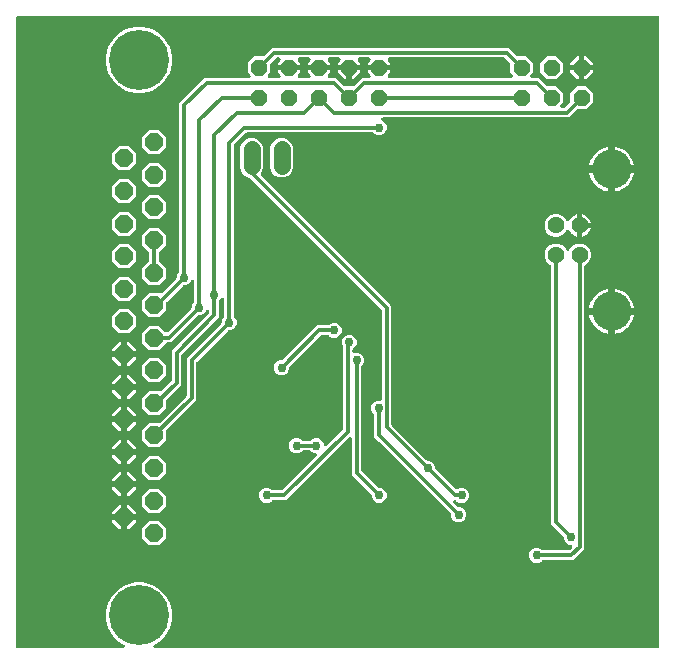
<source format=gbr>
G04 EAGLE Gerber RS-274X export*
G75*
%MOMM*%
%FSLAX34Y34*%
%LPD*%
%INBottom Copper*%
%IPPOS*%
%AMOC8*
5,1,8,0,0,1.08239X$1,22.5*%
G01*
%ADD10P,1.649562X8X292.500000*%
%ADD11C,5.080000*%
%ADD12C,1.422400*%
%ADD13P,1.539592X8X22.500000*%
%ADD14C,3.316000*%
%ADD15C,1.428000*%
%ADD16C,0.756400*%
%ADD17C,0.304800*%

G36*
X107160Y10175D02*
X107160Y10175D01*
X107285Y10181D01*
X107333Y10195D01*
X107382Y10201D01*
X107500Y10243D01*
X107620Y10277D01*
X107664Y10301D01*
X107710Y10318D01*
X107815Y10386D01*
X107925Y10447D01*
X107961Y10480D01*
X108003Y10507D01*
X108090Y10597D01*
X108183Y10681D01*
X108211Y10722D01*
X108245Y10758D01*
X108310Y10865D01*
X108381Y10968D01*
X108399Y11014D01*
X108424Y11057D01*
X108462Y11176D01*
X108508Y11292D01*
X108515Y11341D01*
X108530Y11389D01*
X108540Y11513D01*
X108559Y11637D01*
X108554Y11687D01*
X108558Y11736D01*
X108540Y11860D01*
X108529Y11984D01*
X108514Y12032D01*
X108507Y12081D01*
X108461Y12197D01*
X108422Y12316D01*
X108396Y12359D01*
X108378Y12405D01*
X108307Y12507D01*
X108242Y12615D01*
X108207Y12650D01*
X108179Y12691D01*
X108086Y12774D01*
X107999Y12864D01*
X107947Y12900D01*
X107920Y12924D01*
X107878Y12947D01*
X107798Y13003D01*
X103494Y15488D01*
X98292Y20690D01*
X94613Y27061D01*
X92709Y34168D01*
X92709Y41524D01*
X94613Y48631D01*
X98292Y55002D01*
X103494Y60204D01*
X109865Y63883D01*
X116972Y65787D01*
X124328Y65787D01*
X131435Y63883D01*
X137806Y60204D01*
X143008Y55002D01*
X146687Y48631D01*
X148591Y41524D01*
X148591Y34168D01*
X146687Y27061D01*
X143008Y20690D01*
X137806Y15488D01*
X133502Y13003D01*
X133402Y12929D01*
X133297Y12861D01*
X133262Y12825D01*
X133222Y12796D01*
X133142Y12700D01*
X133055Y12610D01*
X133029Y12568D01*
X132997Y12530D01*
X132940Y12418D01*
X132876Y12311D01*
X132861Y12264D01*
X132838Y12220D01*
X132808Y12098D01*
X132770Y11979D01*
X132766Y11930D01*
X132754Y11881D01*
X132752Y11756D01*
X132742Y11632D01*
X132749Y11583D01*
X132748Y11533D01*
X132775Y11411D01*
X132793Y11287D01*
X132812Y11241D01*
X132822Y11192D01*
X132876Y11080D01*
X132922Y10963D01*
X132950Y10923D01*
X132972Y10878D01*
X133050Y10780D01*
X133121Y10677D01*
X133158Y10644D01*
X133189Y10605D01*
X133287Y10527D01*
X133380Y10444D01*
X133423Y10420D01*
X133462Y10389D01*
X133575Y10336D01*
X133685Y10275D01*
X133733Y10262D01*
X133778Y10240D01*
X133900Y10214D01*
X134020Y10180D01*
X134083Y10175D01*
X134118Y10168D01*
X134166Y10169D01*
X134264Y10161D01*
X559616Y10161D01*
X559642Y10164D01*
X559668Y10162D01*
X559815Y10184D01*
X559962Y10201D01*
X559987Y10209D01*
X560013Y10213D01*
X560151Y10268D01*
X560290Y10318D01*
X560312Y10332D01*
X560337Y10342D01*
X560458Y10427D01*
X560583Y10507D01*
X560601Y10526D01*
X560623Y10541D01*
X560722Y10651D01*
X560825Y10758D01*
X560839Y10780D01*
X560856Y10800D01*
X560928Y10930D01*
X561004Y11057D01*
X561012Y11082D01*
X561025Y11105D01*
X561065Y11248D01*
X561110Y11389D01*
X561112Y11415D01*
X561120Y11440D01*
X561139Y11684D01*
X561139Y543816D01*
X561136Y543842D01*
X561138Y543868D01*
X561116Y544015D01*
X561099Y544162D01*
X561091Y544187D01*
X561087Y544213D01*
X561032Y544351D01*
X560982Y544490D01*
X560968Y544512D01*
X560958Y544537D01*
X560873Y544658D01*
X560793Y544783D01*
X560774Y544801D01*
X560759Y544823D01*
X560649Y544922D01*
X560542Y545025D01*
X560520Y545039D01*
X560500Y545056D01*
X560370Y545128D01*
X560243Y545204D01*
X560218Y545212D01*
X560195Y545225D01*
X560052Y545265D01*
X559911Y545310D01*
X559885Y545312D01*
X559860Y545320D01*
X559616Y545339D01*
X18034Y545339D01*
X18008Y545336D01*
X17982Y545338D01*
X17835Y545316D01*
X17688Y545299D01*
X17663Y545291D01*
X17637Y545287D01*
X17499Y545232D01*
X17360Y545182D01*
X17338Y545168D01*
X17313Y545158D01*
X17192Y545073D01*
X17067Y544993D01*
X17049Y544974D01*
X17027Y544959D01*
X16928Y544849D01*
X16825Y544742D01*
X16811Y544720D01*
X16794Y544700D01*
X16722Y544570D01*
X16646Y544443D01*
X16638Y544418D01*
X16625Y544395D01*
X16585Y544252D01*
X16540Y544111D01*
X16538Y544085D01*
X16530Y544060D01*
X16511Y543816D01*
X16511Y11684D01*
X16514Y11658D01*
X16512Y11632D01*
X16534Y11485D01*
X16551Y11338D01*
X16559Y11313D01*
X16563Y11287D01*
X16618Y11149D01*
X16668Y11010D01*
X16682Y10988D01*
X16692Y10963D01*
X16777Y10842D01*
X16857Y10717D01*
X16876Y10699D01*
X16891Y10677D01*
X17001Y10578D01*
X17108Y10475D01*
X17130Y10461D01*
X17150Y10444D01*
X17280Y10372D01*
X17407Y10296D01*
X17432Y10288D01*
X17455Y10275D01*
X17598Y10235D01*
X17739Y10190D01*
X17765Y10188D01*
X17790Y10180D01*
X18034Y10161D01*
X107036Y10161D01*
X107160Y10175D01*
G37*
%LPC*%
G36*
X129141Y180085D02*
X129141Y180085D01*
X123189Y186037D01*
X123189Y194455D01*
X129141Y200407D01*
X137131Y200407D01*
X137257Y200421D01*
X137383Y200428D01*
X137430Y200441D01*
X137478Y200447D01*
X137597Y200489D01*
X137718Y200524D01*
X137760Y200548D01*
X137806Y200564D01*
X137912Y200633D01*
X138022Y200694D01*
X138068Y200734D01*
X138098Y200753D01*
X138132Y200788D01*
X138208Y200853D01*
X160589Y223234D01*
X160668Y223333D01*
X160752Y223426D01*
X160776Y223469D01*
X160806Y223507D01*
X160860Y223621D01*
X160921Y223731D01*
X160934Y223778D01*
X160955Y223822D01*
X160981Y223945D01*
X161016Y224067D01*
X161021Y224128D01*
X161028Y224162D01*
X161027Y224210D01*
X161035Y224311D01*
X161035Y255684D01*
X190081Y284730D01*
X190160Y284829D01*
X190244Y284922D01*
X190268Y284965D01*
X190298Y285003D01*
X190352Y285117D01*
X190413Y285227D01*
X190426Y285274D01*
X190447Y285318D01*
X190473Y285441D01*
X190508Y285563D01*
X190513Y285624D01*
X190520Y285658D01*
X190519Y285706D01*
X190527Y285807D01*
X190527Y287008D01*
X191490Y289332D01*
X192339Y290181D01*
X192418Y290280D01*
X192502Y290374D01*
X192526Y290416D01*
X192556Y290454D01*
X192610Y290568D01*
X192671Y290679D01*
X192684Y290725D01*
X192705Y290769D01*
X192731Y290892D01*
X192766Y291014D01*
X192771Y291075D01*
X192778Y291110D01*
X192777Y291158D01*
X192785Y291258D01*
X192785Y305785D01*
X192780Y305835D01*
X192782Y305886D01*
X192760Y306008D01*
X192745Y306132D01*
X192728Y306179D01*
X192719Y306229D01*
X192670Y306342D01*
X192628Y306460D01*
X192601Y306502D01*
X192580Y306548D01*
X192506Y306648D01*
X192439Y306753D01*
X192403Y306788D01*
X192373Y306828D01*
X192278Y306908D01*
X192188Y306995D01*
X192145Y307021D01*
X192107Y307053D01*
X191996Y307110D01*
X191889Y307174D01*
X191841Y307189D01*
X191796Y307212D01*
X191676Y307242D01*
X191557Y307280D01*
X191507Y307284D01*
X191458Y307296D01*
X191334Y307298D01*
X191210Y307308D01*
X191160Y307300D01*
X191110Y307301D01*
X190988Y307275D01*
X190865Y307256D01*
X190818Y307237D01*
X190769Y307227D01*
X190657Y307173D01*
X190541Y307127D01*
X190500Y307099D01*
X190454Y307077D01*
X190357Y306999D01*
X190255Y306928D01*
X190222Y306891D01*
X190182Y306860D01*
X190105Y306762D01*
X190022Y306670D01*
X189997Y306626D01*
X189966Y306586D01*
X189855Y306368D01*
X189510Y305536D01*
X188661Y304687D01*
X188582Y304588D01*
X188498Y304494D01*
X188474Y304452D01*
X188444Y304414D01*
X188390Y304300D01*
X188329Y304189D01*
X188316Y304143D01*
X188295Y304099D01*
X188269Y303976D01*
X188234Y303854D01*
X188229Y303793D01*
X188222Y303758D01*
X188223Y303710D01*
X188215Y303610D01*
X188215Y290416D01*
X185388Y287589D01*
X156911Y259112D01*
X156832Y259013D01*
X156748Y258920D01*
X156724Y258877D01*
X156694Y258839D01*
X156640Y258725D01*
X156579Y258615D01*
X156566Y258568D01*
X156545Y258524D01*
X156519Y258401D01*
X156484Y258279D01*
X156479Y258218D01*
X156472Y258184D01*
X156473Y258136D01*
X156465Y258035D01*
X156465Y233266D01*
X143957Y220758D01*
X143878Y220659D01*
X143794Y220566D01*
X143770Y220523D01*
X143740Y220485D01*
X143686Y220371D01*
X143625Y220261D01*
X143612Y220214D01*
X143591Y220170D01*
X143565Y220047D01*
X143530Y219925D01*
X143525Y219864D01*
X143518Y219830D01*
X143519Y219782D01*
X143511Y219681D01*
X143511Y213723D01*
X137559Y207771D01*
X129141Y207771D01*
X123189Y213723D01*
X123189Y222141D01*
X129141Y228093D01*
X137559Y228093D01*
X137599Y228052D01*
X137620Y228036D01*
X137637Y228016D01*
X137757Y227927D01*
X137872Y227835D01*
X137896Y227824D01*
X137917Y227809D01*
X138053Y227750D01*
X138187Y227686D01*
X138213Y227681D01*
X138237Y227671D01*
X138383Y227644D01*
X138528Y227613D01*
X138554Y227614D01*
X138580Y227609D01*
X138728Y227617D01*
X138877Y227619D01*
X138902Y227625D01*
X138928Y227627D01*
X139071Y227668D01*
X139215Y227704D01*
X139238Y227716D01*
X139263Y227723D01*
X139393Y227796D01*
X139524Y227864D01*
X139544Y227881D01*
X139567Y227894D01*
X139754Y228052D01*
X147889Y236188D01*
X147968Y236287D01*
X148052Y236380D01*
X148076Y236423D01*
X148106Y236461D01*
X148160Y236575D01*
X148221Y236685D01*
X148234Y236732D01*
X148255Y236776D01*
X148281Y236899D01*
X148316Y237021D01*
X148321Y237082D01*
X148328Y237116D01*
X148327Y237164D01*
X148335Y237265D01*
X148335Y262034D01*
X151162Y264861D01*
X179639Y293338D01*
X179718Y293437D01*
X179802Y293530D01*
X179826Y293573D01*
X179856Y293611D01*
X179910Y293725D01*
X179971Y293835D01*
X179984Y293882D01*
X180005Y293926D01*
X180031Y294049D01*
X180066Y294171D01*
X180071Y294232D01*
X180078Y294266D01*
X180077Y294314D01*
X180085Y294415D01*
X180085Y295117D01*
X180080Y295167D01*
X180082Y295218D01*
X180060Y295340D01*
X180045Y295464D01*
X180028Y295511D01*
X180019Y295561D01*
X179970Y295674D01*
X179928Y295792D01*
X179901Y295834D01*
X179880Y295880D01*
X179806Y295980D01*
X179739Y296085D01*
X179703Y296120D01*
X179673Y296160D01*
X179578Y296240D01*
X179488Y296327D01*
X179445Y296353D01*
X179407Y296385D01*
X179296Y296442D01*
X179189Y296506D01*
X179141Y296521D01*
X179096Y296544D01*
X178976Y296574D01*
X178857Y296612D01*
X178807Y296616D01*
X178758Y296628D01*
X178634Y296630D01*
X178510Y296640D01*
X178460Y296632D01*
X178410Y296633D01*
X178288Y296607D01*
X178165Y296588D01*
X178118Y296569D01*
X178069Y296559D01*
X177957Y296505D01*
X177841Y296459D01*
X177800Y296431D01*
X177754Y296409D01*
X177657Y296331D01*
X177555Y296260D01*
X177522Y296223D01*
X177482Y296192D01*
X177405Y296094D01*
X177322Y296002D01*
X177297Y295958D01*
X177266Y295918D01*
X177155Y295700D01*
X176810Y294868D01*
X175032Y293090D01*
X172708Y292127D01*
X171507Y292127D01*
X171381Y292113D01*
X171255Y292106D01*
X171208Y292093D01*
X171160Y292087D01*
X171041Y292045D01*
X170920Y292010D01*
X170878Y291986D01*
X170832Y291970D01*
X170726Y291901D01*
X170616Y291840D01*
X170570Y291800D01*
X170540Y291781D01*
X170506Y291746D01*
X170430Y291681D01*
X147734Y268985D01*
X144286Y268985D01*
X144160Y268971D01*
X144034Y268964D01*
X143987Y268951D01*
X143939Y268945D01*
X143821Y268903D01*
X143699Y268868D01*
X143657Y268844D01*
X143611Y268828D01*
X143505Y268759D01*
X143395Y268698D01*
X143349Y268658D01*
X143319Y268639D01*
X143285Y268604D01*
X143209Y268539D01*
X137559Y262889D01*
X129141Y262889D01*
X123189Y268841D01*
X123189Y277259D01*
X129141Y283211D01*
X137559Y283211D01*
X142933Y277836D01*
X142954Y277820D01*
X142971Y277800D01*
X143090Y277711D01*
X143206Y277619D01*
X143230Y277608D01*
X143251Y277593D01*
X143387Y277534D01*
X143522Y277470D01*
X143547Y277465D01*
X143571Y277455D01*
X143717Y277428D01*
X143862Y277397D01*
X143888Y277398D01*
X143914Y277393D01*
X144063Y277401D01*
X144211Y277403D01*
X144236Y277409D01*
X144262Y277411D01*
X144405Y277452D01*
X144549Y277488D01*
X144572Y277500D01*
X144597Y277507D01*
X144726Y277580D01*
X144858Y277648D01*
X144878Y277665D01*
X144901Y277678D01*
X145088Y277836D01*
X164681Y297430D01*
X164760Y297529D01*
X164844Y297622D01*
X164868Y297665D01*
X164898Y297703D01*
X164952Y297817D01*
X165013Y297927D01*
X165026Y297974D01*
X165047Y298018D01*
X165073Y298141D01*
X165108Y298263D01*
X165113Y298324D01*
X165120Y298358D01*
X165119Y298406D01*
X165127Y298507D01*
X165127Y299708D01*
X166090Y302032D01*
X166939Y302881D01*
X167018Y302980D01*
X167102Y303074D01*
X167126Y303116D01*
X167156Y303154D01*
X167210Y303268D01*
X167271Y303379D01*
X167284Y303425D01*
X167305Y303469D01*
X167331Y303592D01*
X167366Y303714D01*
X167371Y303775D01*
X167378Y303810D01*
X167377Y303858D01*
X167385Y303958D01*
X167385Y320517D01*
X167380Y320567D01*
X167382Y320618D01*
X167360Y320740D01*
X167345Y320864D01*
X167328Y320911D01*
X167319Y320961D01*
X167270Y321074D01*
X167228Y321192D01*
X167201Y321234D01*
X167180Y321280D01*
X167106Y321380D01*
X167039Y321485D01*
X167003Y321520D01*
X166973Y321560D01*
X166878Y321640D01*
X166788Y321727D01*
X166745Y321753D01*
X166707Y321785D01*
X166596Y321842D01*
X166489Y321906D01*
X166441Y321921D01*
X166396Y321944D01*
X166276Y321974D01*
X166157Y322012D01*
X166107Y322016D01*
X166058Y322028D01*
X165934Y322030D01*
X165810Y322040D01*
X165760Y322032D01*
X165710Y322033D01*
X165588Y322007D01*
X165465Y321988D01*
X165418Y321969D01*
X165369Y321959D01*
X165257Y321905D01*
X165141Y321859D01*
X165100Y321831D01*
X165054Y321809D01*
X164957Y321731D01*
X164855Y321660D01*
X164822Y321623D01*
X164782Y321592D01*
X164705Y321494D01*
X164622Y321402D01*
X164597Y321358D01*
X164566Y321318D01*
X164455Y321100D01*
X164110Y320268D01*
X162332Y318490D01*
X160008Y317527D01*
X158807Y317527D01*
X158681Y317513D01*
X158555Y317506D01*
X158508Y317493D01*
X158460Y317487D01*
X158341Y317445D01*
X158220Y317410D01*
X158178Y317386D01*
X158132Y317370D01*
X158026Y317301D01*
X157916Y317240D01*
X157870Y317200D01*
X157840Y317181D01*
X157806Y317146D01*
X157730Y317081D01*
X143957Y303308D01*
X143878Y303209D01*
X143794Y303116D01*
X143770Y303073D01*
X143740Y303035D01*
X143686Y302921D01*
X143625Y302811D01*
X143612Y302764D01*
X143591Y302720D01*
X143565Y302597D01*
X143530Y302475D01*
X143525Y302414D01*
X143518Y302380D01*
X143519Y302332D01*
X143511Y302231D01*
X143511Y296527D01*
X137559Y290575D01*
X129141Y290575D01*
X123189Y296527D01*
X123189Y304945D01*
X129141Y310897D01*
X137559Y310897D01*
X137726Y310729D01*
X137747Y310713D01*
X137764Y310693D01*
X137883Y310605D01*
X137999Y310512D01*
X138023Y310501D01*
X138044Y310486D01*
X138180Y310427D01*
X138314Y310363D01*
X138340Y310358D01*
X138364Y310348D01*
X138510Y310321D01*
X138655Y310290D01*
X138681Y310291D01*
X138707Y310286D01*
X138856Y310294D01*
X139004Y310296D01*
X139029Y310302D01*
X139055Y310304D01*
X139198Y310345D01*
X139342Y310381D01*
X139365Y310393D01*
X139390Y310400D01*
X139519Y310473D01*
X139651Y310541D01*
X139671Y310558D01*
X139694Y310571D01*
X139881Y310729D01*
X151981Y322830D01*
X152060Y322929D01*
X152144Y323022D01*
X152168Y323065D01*
X152198Y323103D01*
X152252Y323217D01*
X152313Y323327D01*
X152326Y323374D01*
X152347Y323418D01*
X152373Y323541D01*
X152408Y323663D01*
X152413Y323724D01*
X152420Y323758D01*
X152419Y323806D01*
X152427Y323907D01*
X152427Y325108D01*
X153390Y327432D01*
X154239Y328281D01*
X154318Y328380D01*
X154402Y328474D01*
X154426Y328516D01*
X154456Y328554D01*
X154510Y328668D01*
X154571Y328779D01*
X154584Y328825D01*
X154605Y328869D01*
X154631Y328992D01*
X154666Y329114D01*
X154671Y329175D01*
X154678Y329210D01*
X154677Y329258D01*
X154685Y329358D01*
X154685Y471584D01*
X176116Y493015D01*
X213557Y493015D01*
X213657Y493026D01*
X213757Y493028D01*
X213829Y493046D01*
X213903Y493055D01*
X213997Y493088D01*
X214095Y493113D01*
X214161Y493147D01*
X214231Y493172D01*
X214316Y493227D01*
X214405Y493273D01*
X214461Y493321D01*
X214524Y493361D01*
X214594Y493433D01*
X214670Y493498D01*
X214714Y493558D01*
X214766Y493612D01*
X214818Y493698D01*
X214877Y493779D01*
X214907Y493847D01*
X214945Y493911D01*
X214976Y494007D01*
X215015Y494099D01*
X215029Y494172D01*
X215051Y494243D01*
X215059Y494343D01*
X215077Y494442D01*
X215073Y494516D01*
X215079Y494590D01*
X215064Y494690D01*
X215059Y494790D01*
X215039Y494861D01*
X215027Y494935D01*
X214990Y495028D01*
X214963Y495125D01*
X214926Y495190D01*
X214899Y495259D01*
X214842Y495341D01*
X214792Y495429D01*
X214727Y495505D01*
X214700Y495545D01*
X214686Y495557D01*
X214684Y495561D01*
X214668Y495575D01*
X214634Y495615D01*
X212597Y497652D01*
X212597Y505648D01*
X218252Y511303D01*
X225523Y511303D01*
X225649Y511317D01*
X225775Y511324D01*
X225822Y511337D01*
X225870Y511343D01*
X225989Y511385D01*
X226110Y511420D01*
X226152Y511444D01*
X226198Y511460D01*
X226304Y511529D01*
X226414Y511590D01*
X226460Y511630D01*
X226490Y511649D01*
X226497Y511656D01*
X226498Y511656D01*
X226525Y511685D01*
X226600Y511749D01*
X233266Y518415D01*
X433484Y518415D01*
X436311Y515588D01*
X440150Y511749D01*
X440249Y511670D01*
X440342Y511586D01*
X440385Y511562D01*
X440423Y511532D01*
X440537Y511478D01*
X440647Y511417D01*
X440694Y511404D01*
X440738Y511383D01*
X440861Y511357D01*
X440983Y511322D01*
X441044Y511317D01*
X441078Y511310D01*
X441126Y511311D01*
X441227Y511303D01*
X448498Y511303D01*
X454153Y505648D01*
X454153Y497652D01*
X452116Y495615D01*
X452054Y495537D01*
X451984Y495464D01*
X451946Y495400D01*
X451899Y495342D01*
X451857Y495251D01*
X451805Y495165D01*
X451782Y495094D01*
X451751Y495027D01*
X451729Y494929D01*
X451699Y494833D01*
X451693Y494759D01*
X451677Y494686D01*
X451679Y494586D01*
X451671Y494486D01*
X451682Y494412D01*
X451683Y494338D01*
X451708Y494241D01*
X451723Y494141D01*
X451750Y494072D01*
X451768Y494000D01*
X451814Y493911D01*
X451851Y493817D01*
X451894Y493756D01*
X451928Y493690D01*
X451993Y493614D01*
X452050Y493531D01*
X452105Y493481D01*
X452154Y493425D01*
X452234Y493365D01*
X452309Y493298D01*
X452374Y493262D01*
X452434Y493217D01*
X452526Y493178D01*
X452614Y493129D01*
X452686Y493109D01*
X452754Y493079D01*
X452853Y493062D01*
X452949Y493034D01*
X453049Y493026D01*
X453097Y493018D01*
X453133Y493020D01*
X453193Y493015D01*
X458884Y493015D01*
X465550Y486349D01*
X465649Y486270D01*
X465742Y486186D01*
X465785Y486162D01*
X465823Y486132D01*
X465937Y486078D01*
X466047Y486017D01*
X466094Y486004D01*
X466138Y485983D01*
X466261Y485957D01*
X466383Y485922D01*
X466444Y485917D01*
X466478Y485910D01*
X466526Y485911D01*
X466627Y485903D01*
X473898Y485903D01*
X479553Y480248D01*
X479553Y472252D01*
X477516Y470215D01*
X477454Y470137D01*
X477384Y470064D01*
X477346Y470000D01*
X477299Y469942D01*
X477257Y469851D01*
X477205Y469765D01*
X477182Y469694D01*
X477151Y469627D01*
X477129Y469529D01*
X477099Y469433D01*
X477093Y469359D01*
X477077Y469286D01*
X477079Y469186D01*
X477071Y469086D01*
X477082Y469012D01*
X477083Y468938D01*
X477108Y468841D01*
X477123Y468741D01*
X477150Y468672D01*
X477168Y468600D01*
X477214Y468511D01*
X477251Y468417D01*
X477294Y468356D01*
X477328Y468290D01*
X477393Y468214D01*
X477450Y468131D01*
X477505Y468081D01*
X477554Y468025D01*
X477634Y467965D01*
X477709Y467898D01*
X477774Y467862D01*
X477834Y467817D01*
X477926Y467778D01*
X478014Y467729D01*
X478086Y467709D01*
X478154Y467679D01*
X478253Y467662D01*
X478349Y467634D01*
X478449Y467626D01*
X478497Y467618D01*
X478533Y467620D01*
X478593Y467615D01*
X480285Y467615D01*
X480411Y467629D01*
X480537Y467636D01*
X480584Y467649D01*
X480632Y467655D01*
X480751Y467697D01*
X480872Y467732D01*
X480914Y467756D01*
X480960Y467772D01*
X481066Y467841D01*
X481176Y467902D01*
X481222Y467942D01*
X481252Y467961D01*
X481286Y467996D01*
X481362Y468061D01*
X485201Y471900D01*
X485280Y471999D01*
X485364Y472092D01*
X485388Y472135D01*
X485418Y472173D01*
X485472Y472287D01*
X485533Y472397D01*
X485546Y472444D01*
X485567Y472488D01*
X485593Y472611D01*
X485628Y472733D01*
X485633Y472794D01*
X485640Y472828D01*
X485639Y472876D01*
X485647Y472977D01*
X485647Y480248D01*
X491302Y485903D01*
X499298Y485903D01*
X504953Y480248D01*
X504953Y472252D01*
X499298Y466597D01*
X492027Y466597D01*
X491901Y466583D01*
X491775Y466576D01*
X491728Y466563D01*
X491680Y466557D01*
X491561Y466515D01*
X491440Y466480D01*
X491398Y466456D01*
X491352Y466440D01*
X491246Y466371D01*
X491136Y466310D01*
X491090Y466270D01*
X491060Y466251D01*
X491026Y466216D01*
X490950Y466151D01*
X484284Y459485D01*
X327183Y459485D01*
X327133Y459480D01*
X327082Y459482D01*
X326960Y459460D01*
X326836Y459445D01*
X326789Y459428D01*
X326739Y459419D01*
X326626Y459370D01*
X326508Y459328D01*
X326466Y459301D01*
X326420Y459280D01*
X326320Y459206D01*
X326215Y459139D01*
X326180Y459103D01*
X326140Y459073D01*
X326060Y458978D01*
X325973Y458888D01*
X325947Y458845D01*
X325915Y458807D01*
X325858Y458696D01*
X325794Y458589D01*
X325779Y458541D01*
X325756Y458496D01*
X325726Y458376D01*
X325688Y458257D01*
X325684Y458207D01*
X325672Y458158D01*
X325670Y458034D01*
X325660Y457910D01*
X325668Y457860D01*
X325667Y457810D01*
X325693Y457688D01*
X325712Y457565D01*
X325731Y457518D01*
X325741Y457469D01*
X325795Y457357D01*
X325841Y457241D01*
X325869Y457200D01*
X325891Y457154D01*
X325969Y457057D01*
X326040Y456955D01*
X326077Y456922D01*
X326108Y456882D01*
X326206Y456805D01*
X326298Y456722D01*
X326342Y456697D01*
X326382Y456666D01*
X326600Y456555D01*
X327432Y456210D01*
X329210Y454432D01*
X330173Y452108D01*
X330173Y449592D01*
X329210Y447268D01*
X327432Y445490D01*
X325108Y444527D01*
X322592Y444527D01*
X320268Y445490D01*
X319419Y446339D01*
X319320Y446418D01*
X319226Y446502D01*
X319184Y446526D01*
X319146Y446556D01*
X319032Y446610D01*
X318921Y446671D01*
X318875Y446684D01*
X318831Y446705D01*
X318708Y446731D01*
X318586Y446766D01*
X318525Y446771D01*
X318490Y446778D01*
X318442Y446777D01*
X318342Y446785D01*
X211865Y446785D01*
X211739Y446771D01*
X211613Y446764D01*
X211566Y446751D01*
X211518Y446745D01*
X211399Y446703D01*
X211278Y446668D01*
X211236Y446644D01*
X211190Y446628D01*
X211084Y446559D01*
X210974Y446498D01*
X210927Y446458D01*
X210897Y446439D01*
X210864Y446404D01*
X210788Y446339D01*
X201361Y436912D01*
X201282Y436813D01*
X201198Y436720D01*
X201174Y436677D01*
X201144Y436639D01*
X201090Y436525D01*
X201029Y436415D01*
X201016Y436368D01*
X200995Y436324D01*
X200969Y436201D01*
X200934Y436079D01*
X200929Y436018D01*
X200922Y435984D01*
X200923Y435936D01*
X200915Y435835D01*
X200915Y291258D01*
X200929Y291132D01*
X200936Y291006D01*
X200949Y290960D01*
X200955Y290912D01*
X200997Y290793D01*
X201032Y290671D01*
X201056Y290629D01*
X201072Y290584D01*
X201141Y290477D01*
X201202Y290367D01*
X201242Y290321D01*
X201261Y290291D01*
X201296Y290257D01*
X201361Y290181D01*
X202210Y289332D01*
X203173Y287008D01*
X203173Y284492D01*
X202210Y282168D01*
X200432Y280390D01*
X198108Y279427D01*
X196907Y279427D01*
X196781Y279413D01*
X196655Y279406D01*
X196608Y279393D01*
X196560Y279387D01*
X196441Y279345D01*
X196320Y279310D01*
X196278Y279286D01*
X196232Y279270D01*
X196126Y279201D01*
X196016Y279140D01*
X195970Y279100D01*
X195940Y279081D01*
X195906Y279046D01*
X195830Y278981D01*
X169611Y252762D01*
X169532Y252663D01*
X169448Y252570D01*
X169424Y252527D01*
X169394Y252489D01*
X169340Y252375D01*
X169279Y252265D01*
X169266Y252218D01*
X169245Y252174D01*
X169219Y252051D01*
X169184Y251929D01*
X169179Y251868D01*
X169172Y251834D01*
X169173Y251786D01*
X169165Y251685D01*
X169165Y220312D01*
X143957Y195104D01*
X143878Y195005D01*
X143794Y194912D01*
X143770Y194869D01*
X143740Y194831D01*
X143686Y194717D01*
X143625Y194607D01*
X143612Y194560D01*
X143591Y194516D01*
X143565Y194393D01*
X143530Y194271D01*
X143525Y194210D01*
X143518Y194176D01*
X143519Y194128D01*
X143511Y194027D01*
X143511Y186037D01*
X137559Y180085D01*
X129141Y180085D01*
G37*
%LPD*%
%LPC*%
G36*
X455942Y82577D02*
X455942Y82577D01*
X453618Y83540D01*
X451840Y85318D01*
X450877Y87642D01*
X450877Y90158D01*
X451840Y92482D01*
X453618Y94260D01*
X455942Y95223D01*
X458458Y95223D01*
X460782Y94260D01*
X461631Y93411D01*
X461730Y93332D01*
X461824Y93248D01*
X461866Y93224D01*
X461904Y93194D01*
X462018Y93140D01*
X462129Y93079D01*
X462175Y93066D01*
X462219Y93045D01*
X462342Y93019D01*
X462464Y92984D01*
X462525Y92979D01*
X462560Y92972D01*
X462608Y92973D01*
X462708Y92965D01*
X484095Y92965D01*
X484221Y92979D01*
X484347Y92986D01*
X484394Y92999D01*
X484442Y93005D01*
X484561Y93047D01*
X484682Y93082D01*
X484724Y93106D01*
X484770Y93122D01*
X484876Y93191D01*
X484986Y93252D01*
X485033Y93292D01*
X485062Y93311D01*
X485096Y93346D01*
X485172Y93411D01*
X486979Y95217D01*
X487041Y95296D01*
X487111Y95368D01*
X487149Y95432D01*
X487195Y95490D01*
X487238Y95581D01*
X487290Y95667D01*
X487312Y95738D01*
X487344Y95805D01*
X487365Y95903D01*
X487396Y95999D01*
X487402Y96073D01*
X487417Y96146D01*
X487416Y96246D01*
X487424Y96346D01*
X487413Y96420D01*
X487411Y96494D01*
X487387Y96591D01*
X487372Y96691D01*
X487345Y96760D01*
X487326Y96832D01*
X487280Y96921D01*
X487243Y97015D01*
X487201Y97076D01*
X487167Y97142D01*
X487102Y97218D01*
X487044Y97301D01*
X486989Y97351D01*
X486941Y97407D01*
X486860Y97467D01*
X486786Y97534D01*
X486721Y97570D01*
X486661Y97615D01*
X486568Y97654D01*
X486481Y97703D01*
X486409Y97723D01*
X486341Y97753D01*
X486242Y97770D01*
X486145Y97798D01*
X486045Y97806D01*
X485998Y97814D01*
X485962Y97812D01*
X485901Y97817D01*
X485152Y97817D01*
X482828Y98780D01*
X481050Y100558D01*
X480087Y102882D01*
X480087Y104083D01*
X480073Y104209D01*
X480066Y104335D01*
X480053Y104382D01*
X480047Y104430D01*
X480005Y104549D01*
X479970Y104670D01*
X479946Y104712D01*
X479930Y104758D01*
X479861Y104864D01*
X479800Y104974D01*
X479760Y105020D01*
X479741Y105050D01*
X479706Y105084D01*
X479641Y105160D01*
X469535Y115266D01*
X469535Y333288D01*
X469527Y333363D01*
X469528Y333440D01*
X469507Y333536D01*
X469495Y333634D01*
X469470Y333706D01*
X469453Y333780D01*
X469411Y333869D01*
X469378Y333962D01*
X469336Y334026D01*
X469304Y334095D01*
X469242Y334172D01*
X469189Y334255D01*
X469134Y334308D01*
X469086Y334368D01*
X469009Y334429D01*
X468938Y334497D01*
X468873Y334536D01*
X468813Y334583D01*
X468680Y334652D01*
X468639Y334676D01*
X468621Y334681D01*
X468595Y334695D01*
X468116Y334893D01*
X465393Y337616D01*
X463919Y341174D01*
X463919Y345026D01*
X465393Y348584D01*
X468116Y351307D01*
X471674Y352781D01*
X475526Y352781D01*
X479084Y351307D01*
X481807Y348584D01*
X482193Y347652D01*
X482241Y347565D01*
X482281Y347473D01*
X482326Y347413D01*
X482362Y347348D01*
X482429Y347273D01*
X482489Y347193D01*
X482546Y347145D01*
X482596Y347090D01*
X482679Y347033D01*
X482755Y346968D01*
X482822Y346934D01*
X482883Y346891D01*
X482976Y346855D01*
X483066Y346809D01*
X483138Y346791D01*
X483207Y346764D01*
X483306Y346749D01*
X483404Y346725D01*
X483478Y346724D01*
X483552Y346713D01*
X483652Y346721D01*
X483752Y346720D01*
X483825Y346736D01*
X483899Y346742D01*
X483995Y346773D01*
X484093Y346794D01*
X484160Y346826D01*
X484231Y346849D01*
X484317Y346900D01*
X484408Y346944D01*
X484466Y346990D01*
X484529Y347028D01*
X484601Y347098D01*
X484680Y347161D01*
X484726Y347219D01*
X484779Y347271D01*
X484834Y347356D01*
X484896Y347435D01*
X484942Y347524D01*
X484968Y347565D01*
X484979Y347598D01*
X485007Y347652D01*
X485393Y348584D01*
X488116Y351307D01*
X491674Y352781D01*
X495526Y352781D01*
X499084Y351307D01*
X501807Y348584D01*
X503281Y345026D01*
X503281Y341174D01*
X501807Y337616D01*
X499084Y334893D01*
X498605Y334695D01*
X498538Y334658D01*
X498467Y334629D01*
X498387Y334573D01*
X498300Y334526D01*
X498244Y334474D01*
X498181Y334431D01*
X498115Y334358D01*
X498042Y334291D01*
X497999Y334228D01*
X497948Y334172D01*
X497900Y334086D01*
X497844Y334005D01*
X497816Y333934D01*
X497779Y333867D01*
X497752Y333772D01*
X497716Y333680D01*
X497705Y333605D01*
X497684Y333531D01*
X497672Y333382D01*
X497665Y333336D01*
X497667Y333317D01*
X497665Y333288D01*
X497665Y94406D01*
X488094Y84835D01*
X462708Y84835D01*
X462582Y84821D01*
X462456Y84814D01*
X462410Y84801D01*
X462362Y84795D01*
X462243Y84753D01*
X462121Y84718D01*
X462079Y84694D01*
X462034Y84678D01*
X461927Y84609D01*
X461817Y84548D01*
X461771Y84508D01*
X461741Y84489D01*
X461709Y84456D01*
X461706Y84454D01*
X461701Y84448D01*
X461631Y84389D01*
X460782Y83540D01*
X458458Y82577D01*
X455942Y82577D01*
G37*
%LPD*%
%LPC*%
G36*
X389902Y116867D02*
X389902Y116867D01*
X387578Y117830D01*
X385800Y119608D01*
X384837Y121932D01*
X384837Y123133D01*
X384823Y123259D01*
X384816Y123385D01*
X384803Y123432D01*
X384797Y123480D01*
X384755Y123599D01*
X384720Y123720D01*
X384696Y123762D01*
X384680Y123808D01*
X384611Y123914D01*
X384550Y124024D01*
X384510Y124070D01*
X384491Y124100D01*
X384456Y124134D01*
X384391Y124210D01*
X322612Y185989D01*
X319785Y188816D01*
X319785Y207372D01*
X319771Y207498D01*
X319764Y207624D01*
X319751Y207670D01*
X319745Y207718D01*
X319703Y207837D01*
X319668Y207959D01*
X319644Y208001D01*
X319628Y208046D01*
X319559Y208153D01*
X319498Y208263D01*
X319458Y208309D01*
X319439Y208339D01*
X319404Y208373D01*
X319339Y208449D01*
X318010Y209778D01*
X317047Y212102D01*
X317047Y214618D01*
X318010Y216942D01*
X319788Y218720D01*
X322112Y219683D01*
X324612Y219683D01*
X324638Y219686D01*
X324664Y219684D01*
X324811Y219706D01*
X324958Y219723D01*
X324983Y219731D01*
X325009Y219735D01*
X325147Y219790D01*
X325286Y219840D01*
X325308Y219854D01*
X325333Y219864D01*
X325454Y219949D01*
X325579Y220029D01*
X325597Y220048D01*
X325619Y220063D01*
X325718Y220173D01*
X325821Y220280D01*
X325835Y220302D01*
X325852Y220322D01*
X325924Y220452D01*
X326000Y220579D01*
X326008Y220604D01*
X326021Y220627D01*
X326061Y220770D01*
X326106Y220911D01*
X326108Y220937D01*
X326116Y220962D01*
X326135Y221206D01*
X326135Y296135D01*
X326121Y296261D01*
X326114Y296387D01*
X326101Y296434D01*
X326095Y296482D01*
X326053Y296601D01*
X326018Y296722D01*
X325994Y296764D01*
X325978Y296810D01*
X325909Y296916D01*
X325848Y297026D01*
X325808Y297072D01*
X325789Y297102D01*
X325754Y297136D01*
X325689Y297212D01*
X214663Y408239D01*
X214598Y408304D01*
X214596Y408305D01*
X214595Y408307D01*
X214462Y408411D01*
X214325Y408520D01*
X214323Y408521D01*
X214321Y408523D01*
X214104Y408634D01*
X210432Y410155D01*
X207717Y412870D01*
X206247Y416418D01*
X206247Y434482D01*
X207717Y438030D01*
X210432Y440745D01*
X213980Y442215D01*
X217820Y442215D01*
X221368Y440745D01*
X224083Y438030D01*
X225553Y434482D01*
X225553Y416418D01*
X224083Y412870D01*
X223883Y412670D01*
X223867Y412649D01*
X223847Y412632D01*
X223758Y412513D01*
X223666Y412397D01*
X223655Y412373D01*
X223639Y412352D01*
X223581Y412216D01*
X223517Y412082D01*
X223512Y412056D01*
X223501Y412032D01*
X223475Y411886D01*
X223444Y411741D01*
X223444Y411715D01*
X223440Y411689D01*
X223447Y411541D01*
X223450Y411393D01*
X223456Y411367D01*
X223458Y411341D01*
X223499Y411198D01*
X223535Y411055D01*
X223547Y411031D01*
X223554Y411006D01*
X223627Y410876D01*
X223694Y410745D01*
X223711Y410725D01*
X223724Y410702D01*
X223883Y410516D01*
X334265Y300134D01*
X334265Y199675D01*
X334279Y199549D01*
X334286Y199423D01*
X334299Y199376D01*
X334305Y199328D01*
X334347Y199209D01*
X334382Y199088D01*
X334406Y199046D01*
X334422Y199000D01*
X334491Y198894D01*
X334552Y198784D01*
X334592Y198738D01*
X334611Y198708D01*
X334646Y198674D01*
X334711Y198598D01*
X363980Y169329D01*
X364079Y169250D01*
X364172Y169166D01*
X364215Y169142D01*
X364253Y169112D01*
X364367Y169058D01*
X364477Y168997D01*
X364524Y168984D01*
X364568Y168963D01*
X364691Y168937D01*
X364813Y168902D01*
X364874Y168897D01*
X364908Y168890D01*
X364956Y168891D01*
X365057Y168883D01*
X366258Y168883D01*
X368582Y167920D01*
X370360Y166142D01*
X371323Y163818D01*
X371323Y162617D01*
X371337Y162491D01*
X371344Y162365D01*
X371357Y162318D01*
X371363Y162270D01*
X371405Y162151D01*
X371440Y162030D01*
X371464Y161988D01*
X371480Y161942D01*
X371549Y161836D01*
X371610Y161726D01*
X371650Y161680D01*
X371669Y161650D01*
X371704Y161616D01*
X371769Y161540D01*
X388106Y145202D01*
X388127Y145186D01*
X388144Y145166D01*
X388263Y145078D01*
X388379Y144986D01*
X388403Y144974D01*
X388424Y144959D01*
X388560Y144900D01*
X388694Y144837D01*
X388720Y144831D01*
X388744Y144821D01*
X388890Y144794D01*
X389035Y144763D01*
X389061Y144764D01*
X389087Y144759D01*
X389236Y144767D01*
X389384Y144769D01*
X389409Y144776D01*
X389435Y144777D01*
X389578Y144818D01*
X389722Y144854D01*
X389745Y144866D01*
X389770Y144874D01*
X389899Y144946D01*
X390031Y145014D01*
X390051Y145031D01*
X390061Y145037D01*
X392442Y146023D01*
X394958Y146023D01*
X397282Y145060D01*
X399060Y143282D01*
X400023Y140958D01*
X400023Y138442D01*
X399060Y136118D01*
X397282Y134340D01*
X394958Y133377D01*
X392442Y133377D01*
X390118Y134340D01*
X389269Y135189D01*
X389170Y135268D01*
X389076Y135352D01*
X389034Y135376D01*
X388996Y135406D01*
X388882Y135460D01*
X388771Y135521D01*
X388725Y135534D01*
X388681Y135555D01*
X388558Y135581D01*
X388436Y135616D01*
X388375Y135621D01*
X388340Y135628D01*
X388293Y135627D01*
X388289Y135628D01*
X388283Y135628D01*
X388192Y135635D01*
X388141Y135635D01*
X388041Y135624D01*
X387940Y135622D01*
X387868Y135604D01*
X387794Y135595D01*
X387700Y135562D01*
X387602Y135537D01*
X387536Y135503D01*
X387466Y135478D01*
X387382Y135423D01*
X387293Y135377D01*
X387236Y135329D01*
X387173Y135289D01*
X387104Y135217D01*
X387027Y135152D01*
X386983Y135092D01*
X386931Y135038D01*
X386880Y134952D01*
X386820Y134871D01*
X386791Y134803D01*
X386752Y134739D01*
X386722Y134643D01*
X386682Y134551D01*
X386669Y134478D01*
X386646Y134407D01*
X386638Y134307D01*
X386620Y134208D01*
X386624Y134134D01*
X386618Y134060D01*
X386633Y133960D01*
X386638Y133860D01*
X386659Y133789D01*
X386670Y133715D01*
X386707Y133622D01*
X386735Y133525D01*
X386771Y133460D01*
X386799Y133391D01*
X386856Y133309D01*
X386905Y133221D01*
X386970Y133145D01*
X386998Y133105D01*
X387024Y133081D01*
X387063Y133035D01*
X390140Y129959D01*
X390239Y129880D01*
X390332Y129796D01*
X390375Y129772D01*
X390413Y129742D01*
X390527Y129688D01*
X390637Y129627D01*
X390684Y129614D01*
X390728Y129593D01*
X390851Y129567D01*
X390973Y129532D01*
X391034Y129527D01*
X391068Y129520D01*
X391116Y129521D01*
X391217Y129513D01*
X392418Y129513D01*
X394742Y128550D01*
X396520Y126772D01*
X397483Y124448D01*
X397483Y121932D01*
X396520Y119608D01*
X394742Y117830D01*
X392418Y116867D01*
X389902Y116867D01*
G37*
%LPD*%
%LPC*%
G36*
X227342Y133377D02*
X227342Y133377D01*
X225018Y134340D01*
X223240Y136118D01*
X222277Y138442D01*
X222277Y140958D01*
X223240Y143282D01*
X225018Y145060D01*
X227342Y146023D01*
X229858Y146023D01*
X232182Y145060D01*
X233031Y144211D01*
X233130Y144132D01*
X233224Y144048D01*
X233266Y144024D01*
X233304Y143994D01*
X233418Y143940D01*
X233529Y143879D01*
X233575Y143866D01*
X233619Y143845D01*
X233742Y143819D01*
X233864Y143784D01*
X233925Y143779D01*
X233960Y143772D01*
X234008Y143773D01*
X234108Y143765D01*
X241217Y143765D01*
X241342Y143779D01*
X241469Y143786D01*
X241515Y143799D01*
X241563Y143805D01*
X241682Y143847D01*
X241804Y143882D01*
X241846Y143906D01*
X241891Y143922D01*
X241998Y143991D01*
X242108Y144052D01*
X242154Y144092D01*
X242184Y144111D01*
X242218Y144146D01*
X242294Y144211D01*
X270770Y172687D01*
X270832Y172765D01*
X270902Y172838D01*
X270940Y172902D01*
X270987Y172960D01*
X271030Y173051D01*
X271081Y173137D01*
X271104Y173208D01*
X271136Y173275D01*
X271157Y173373D01*
X271187Y173469D01*
X271193Y173543D01*
X271209Y173616D01*
X271207Y173716D01*
X271215Y173816D01*
X271204Y173890D01*
X271203Y173964D01*
X271178Y174061D01*
X271164Y174161D01*
X271136Y174230D01*
X271118Y174302D01*
X271072Y174392D01*
X271035Y174485D01*
X270992Y174546D01*
X270958Y174612D01*
X270893Y174689D01*
X270836Y174771D01*
X270781Y174821D01*
X270732Y174877D01*
X270652Y174937D01*
X270577Y175004D01*
X270512Y175040D01*
X270452Y175085D01*
X270360Y175124D01*
X270272Y175173D01*
X270200Y175193D01*
X270132Y175223D01*
X270033Y175240D01*
X269937Y175268D01*
X269837Y175276D01*
X269789Y175284D01*
X269753Y175282D01*
X269693Y175287D01*
X269252Y175287D01*
X266928Y176250D01*
X266079Y177099D01*
X265980Y177178D01*
X265886Y177262D01*
X265844Y177286D01*
X265806Y177316D01*
X265692Y177370D01*
X265581Y177431D01*
X265535Y177444D01*
X265491Y177465D01*
X265368Y177491D01*
X265246Y177526D01*
X265185Y177531D01*
X265150Y177538D01*
X265102Y177537D01*
X265002Y177545D01*
X259508Y177545D01*
X259382Y177531D01*
X259256Y177524D01*
X259210Y177511D01*
X259162Y177505D01*
X259042Y177463D01*
X258921Y177428D01*
X258879Y177404D01*
X258834Y177388D01*
X258727Y177319D01*
X258617Y177258D01*
X258571Y177218D01*
X258541Y177199D01*
X258507Y177164D01*
X258431Y177099D01*
X257582Y176250D01*
X255258Y175287D01*
X252742Y175287D01*
X250418Y176250D01*
X248640Y178028D01*
X247677Y180352D01*
X247677Y182868D01*
X248640Y185192D01*
X250418Y186970D01*
X252742Y187933D01*
X255258Y187933D01*
X257582Y186970D01*
X258431Y186121D01*
X258530Y186042D01*
X258624Y185958D01*
X258666Y185934D01*
X258704Y185904D01*
X258818Y185850D01*
X258929Y185789D01*
X258975Y185776D01*
X259019Y185755D01*
X259142Y185729D01*
X259264Y185694D01*
X259325Y185689D01*
X259360Y185682D01*
X259408Y185683D01*
X259508Y185675D01*
X265002Y185675D01*
X265128Y185689D01*
X265254Y185696D01*
X265300Y185709D01*
X265348Y185715D01*
X265467Y185757D01*
X265589Y185792D01*
X265631Y185816D01*
X265676Y185832D01*
X265783Y185901D01*
X265893Y185962D01*
X265939Y186002D01*
X265969Y186021D01*
X266003Y186056D01*
X266079Y186121D01*
X266928Y186970D01*
X269252Y187933D01*
X271768Y187933D01*
X274092Y186970D01*
X275870Y185192D01*
X276833Y182868D01*
X276833Y182427D01*
X276844Y182327D01*
X276846Y182227D01*
X276864Y182155D01*
X276873Y182081D01*
X276906Y181986D01*
X276931Y181889D01*
X276965Y181823D01*
X276990Y181753D01*
X277045Y181668D01*
X277091Y181579D01*
X277139Y181522D01*
X277179Y181460D01*
X277251Y181390D01*
X277316Y181314D01*
X277376Y181269D01*
X277430Y181218D01*
X277516Y181166D01*
X277597Y181107D01*
X277665Y181077D01*
X277729Y181039D01*
X277825Y181008D01*
X277917Y180969D01*
X277990Y180955D01*
X278061Y180933D01*
X278161Y180925D01*
X278260Y180907D01*
X278334Y180911D01*
X278408Y180905D01*
X278508Y180920D01*
X278608Y180925D01*
X278679Y180945D01*
X278753Y180956D01*
X278846Y180994D01*
X278943Y181021D01*
X279008Y181058D01*
X279077Y181085D01*
X279159Y181142D01*
X279247Y181191D01*
X279323Y181257D01*
X279363Y181284D01*
X279387Y181311D01*
X279433Y181350D01*
X292669Y194586D01*
X292748Y194685D01*
X292832Y194779D01*
X292856Y194821D01*
X292886Y194859D01*
X292940Y194973D01*
X293001Y195084D01*
X293014Y195130D01*
X293035Y195174D01*
X293061Y195298D01*
X293096Y195419D01*
X293101Y195480D01*
X293108Y195515D01*
X293107Y195563D01*
X293115Y195663D01*
X293115Y265294D01*
X293115Y265296D01*
X293115Y265298D01*
X293095Y265470D01*
X293075Y265640D01*
X293075Y265642D01*
X293074Y265644D01*
X292999Y265877D01*
X292127Y267982D01*
X292127Y270498D01*
X293090Y272822D01*
X294868Y274600D01*
X297192Y275563D01*
X299708Y275563D01*
X302032Y274600D01*
X303810Y272822D01*
X304773Y270498D01*
X304773Y267982D01*
X303810Y265658D01*
X301990Y263838D01*
X301967Y263822D01*
X301881Y263774D01*
X301824Y263723D01*
X301761Y263679D01*
X301695Y263606D01*
X301622Y263540D01*
X301579Y263477D01*
X301528Y263420D01*
X301480Y263334D01*
X301424Y263253D01*
X301396Y263182D01*
X301359Y263115D01*
X301332Y263021D01*
X301296Y262929D01*
X301285Y262854D01*
X301264Y262780D01*
X301252Y262631D01*
X301246Y262584D01*
X301247Y262565D01*
X301245Y262536D01*
X301245Y261651D01*
X301262Y261501D01*
X301274Y261352D01*
X301282Y261329D01*
X301285Y261305D01*
X301336Y261162D01*
X301382Y261020D01*
X301394Y260999D01*
X301402Y260976D01*
X301484Y260850D01*
X301561Y260721D01*
X301578Y260704D01*
X301591Y260684D01*
X301699Y260579D01*
X301804Y260471D01*
X301824Y260458D01*
X301842Y260441D01*
X301971Y260364D01*
X302097Y260283D01*
X302120Y260275D01*
X302141Y260263D01*
X302284Y260217D01*
X302426Y260166D01*
X302450Y260164D01*
X302473Y260156D01*
X302622Y260144D01*
X302772Y260127D01*
X302796Y260130D01*
X302820Y260128D01*
X302969Y260151D01*
X303118Y260168D01*
X303146Y260177D01*
X303165Y260180D01*
X303209Y260198D01*
X303351Y260243D01*
X303542Y260323D01*
X306058Y260323D01*
X308382Y259360D01*
X310160Y257582D01*
X311123Y255258D01*
X311123Y252742D01*
X310160Y250418D01*
X309311Y249569D01*
X309232Y249470D01*
X309148Y249376D01*
X309124Y249334D01*
X309094Y249296D01*
X309040Y249182D01*
X308979Y249071D01*
X308966Y249025D01*
X308945Y248981D01*
X308919Y248858D01*
X308884Y248736D01*
X308879Y248675D01*
X308872Y248640D01*
X308873Y248592D01*
X308865Y248492D01*
X308865Y161065D01*
X308879Y160939D01*
X308886Y160813D01*
X308899Y160766D01*
X308905Y160718D01*
X308947Y160599D01*
X308982Y160478D01*
X309006Y160436D01*
X309022Y160390D01*
X309091Y160284D01*
X309152Y160174D01*
X309192Y160128D01*
X309211Y160098D01*
X309246Y160064D01*
X309311Y159988D01*
X322830Y146469D01*
X322929Y146390D01*
X323022Y146306D01*
X323065Y146282D01*
X323103Y146252D01*
X323217Y146198D01*
X323327Y146137D01*
X323374Y146124D01*
X323418Y146103D01*
X323541Y146077D01*
X323663Y146042D01*
X323724Y146037D01*
X323758Y146030D01*
X323806Y146031D01*
X323907Y146023D01*
X325108Y146023D01*
X327432Y145060D01*
X329210Y143282D01*
X330173Y140958D01*
X330173Y138442D01*
X329210Y136118D01*
X327432Y134340D01*
X325108Y133377D01*
X322592Y133377D01*
X320268Y134340D01*
X318490Y136118D01*
X317527Y138442D01*
X317527Y139643D01*
X317525Y139667D01*
X317526Y139689D01*
X317512Y139785D01*
X317506Y139895D01*
X317493Y139942D01*
X317487Y139990D01*
X317477Y140019D01*
X317475Y140034D01*
X317444Y140110D01*
X317410Y140230D01*
X317386Y140272D01*
X317370Y140318D01*
X317349Y140350D01*
X317346Y140358D01*
X317319Y140396D01*
X317301Y140424D01*
X317240Y140534D01*
X317200Y140580D01*
X317181Y140610D01*
X317148Y140642D01*
X317147Y140644D01*
X317144Y140647D01*
X317081Y140720D01*
X300735Y157066D01*
X300735Y187478D01*
X300724Y187578D01*
X300722Y187678D01*
X300704Y187750D01*
X300695Y187824D01*
X300662Y187919D01*
X300637Y188016D01*
X300603Y188082D01*
X300578Y188152D01*
X300523Y188237D01*
X300477Y188326D01*
X300429Y188383D01*
X300389Y188445D01*
X300317Y188515D01*
X300252Y188591D01*
X300192Y188636D01*
X300138Y188687D01*
X300052Y188739D01*
X299971Y188798D01*
X299903Y188828D01*
X299839Y188866D01*
X299743Y188897D01*
X299651Y188936D01*
X299578Y188950D01*
X299507Y188972D01*
X299407Y188980D01*
X299308Y188998D01*
X299234Y188994D01*
X299160Y189000D01*
X299060Y188985D01*
X298960Y188980D01*
X298889Y188960D01*
X298815Y188949D01*
X298722Y188911D01*
X298625Y188884D01*
X298560Y188847D01*
X298491Y188820D01*
X298409Y188763D01*
X298321Y188714D01*
X298245Y188648D01*
X298205Y188621D01*
X298181Y188594D01*
X298135Y188555D01*
X248042Y138462D01*
X245215Y135635D01*
X234108Y135635D01*
X233982Y135621D01*
X233856Y135614D01*
X233810Y135601D01*
X233762Y135595D01*
X233643Y135553D01*
X233521Y135518D01*
X233479Y135494D01*
X233434Y135478D01*
X233327Y135409D01*
X233217Y135348D01*
X233171Y135308D01*
X233141Y135289D01*
X233107Y135254D01*
X233031Y135189D01*
X232182Y134340D01*
X229858Y133377D01*
X227342Y133377D01*
G37*
%LPD*%
G36*
X301849Y485917D02*
X301849Y485917D01*
X301975Y485924D01*
X302022Y485937D01*
X302070Y485943D01*
X302189Y485985D01*
X302310Y486020D01*
X302352Y486044D01*
X302398Y486060D01*
X302504Y486129D01*
X302614Y486190D01*
X302660Y486230D01*
X302690Y486249D01*
X302724Y486284D01*
X302800Y486349D01*
X309466Y493015D01*
X315157Y493015D01*
X315257Y493026D01*
X315357Y493028D01*
X315429Y493046D01*
X315503Y493055D01*
X315597Y493088D01*
X315695Y493113D01*
X315761Y493147D01*
X315831Y493172D01*
X315916Y493227D01*
X316005Y493273D01*
X316061Y493321D01*
X316124Y493361D01*
X316194Y493433D01*
X316270Y493498D01*
X316314Y493558D01*
X316366Y493612D01*
X316418Y493698D01*
X316477Y493779D01*
X316507Y493847D01*
X316545Y493911D01*
X316576Y494007D01*
X316615Y494099D01*
X316629Y494172D01*
X316651Y494243D01*
X316659Y494343D01*
X316677Y494442D01*
X316673Y494516D01*
X316679Y494590D01*
X316664Y494690D01*
X316659Y494790D01*
X316639Y494861D01*
X316627Y494935D01*
X316590Y495028D01*
X316563Y495125D01*
X316526Y495190D01*
X316499Y495259D01*
X316442Y495341D01*
X316392Y495429D01*
X316327Y495505D01*
X316300Y495545D01*
X316286Y495557D01*
X316284Y495561D01*
X316268Y495575D01*
X316234Y495615D01*
X314197Y497652D01*
X314197Y499365D01*
X323088Y499365D01*
X323114Y499368D01*
X323140Y499366D01*
X323287Y499388D01*
X323434Y499405D01*
X323459Y499413D01*
X323485Y499417D01*
X323622Y499472D01*
X323762Y499522D01*
X323784Y499536D01*
X323809Y499546D01*
X323854Y499578D01*
X323858Y499576D01*
X323985Y499500D01*
X324010Y499492D01*
X324033Y499479D01*
X324176Y499439D01*
X324317Y499394D01*
X324343Y499391D01*
X324368Y499384D01*
X324612Y499365D01*
X333503Y499365D01*
X333503Y497652D01*
X331466Y495615D01*
X331404Y495537D01*
X331334Y495464D01*
X331296Y495400D01*
X331249Y495342D01*
X331207Y495251D01*
X331155Y495165D01*
X331132Y495094D01*
X331101Y495027D01*
X331079Y494929D01*
X331049Y494833D01*
X331043Y494759D01*
X331027Y494686D01*
X331029Y494586D01*
X331021Y494486D01*
X331032Y494412D01*
X331033Y494338D01*
X331058Y494241D01*
X331073Y494141D01*
X331100Y494072D01*
X331118Y494000D01*
X331164Y493911D01*
X331201Y493817D01*
X331244Y493756D01*
X331278Y493690D01*
X331343Y493614D01*
X331400Y493531D01*
X331455Y493481D01*
X331504Y493425D01*
X331584Y493365D01*
X331659Y493298D01*
X331724Y493262D01*
X331784Y493217D01*
X331876Y493178D01*
X331964Y493129D01*
X332036Y493109D01*
X332104Y493079D01*
X332203Y493062D01*
X332299Y493034D01*
X332399Y493026D01*
X332447Y493018D01*
X332483Y493020D01*
X332543Y493015D01*
X435807Y493015D01*
X435907Y493026D01*
X436007Y493028D01*
X436079Y493046D01*
X436153Y493055D01*
X436247Y493088D01*
X436345Y493113D01*
X436411Y493147D01*
X436481Y493172D01*
X436566Y493227D01*
X436655Y493273D01*
X436711Y493321D01*
X436774Y493361D01*
X436844Y493433D01*
X436920Y493498D01*
X436964Y493558D01*
X437016Y493612D01*
X437068Y493698D01*
X437127Y493779D01*
X437157Y493847D01*
X437195Y493911D01*
X437226Y494007D01*
X437265Y494099D01*
X437279Y494172D01*
X437301Y494243D01*
X437309Y494343D01*
X437327Y494442D01*
X437323Y494516D01*
X437329Y494590D01*
X437314Y494690D01*
X437309Y494790D01*
X437289Y494861D01*
X437277Y494935D01*
X437240Y495028D01*
X437213Y495125D01*
X437176Y495190D01*
X437149Y495259D01*
X437092Y495341D01*
X437042Y495429D01*
X436977Y495505D01*
X436950Y495545D01*
X436936Y495557D01*
X436934Y495561D01*
X436918Y495575D01*
X436884Y495615D01*
X434847Y497652D01*
X434847Y504923D01*
X434833Y505049D01*
X434826Y505175D01*
X434813Y505222D01*
X434807Y505270D01*
X434765Y505389D01*
X434730Y505510D01*
X434706Y505552D01*
X434690Y505598D01*
X434621Y505704D01*
X434560Y505814D01*
X434520Y505861D01*
X434501Y505891D01*
X434466Y505924D01*
X434401Y506000D01*
X430562Y509839D01*
X430463Y509918D01*
X430370Y510002D01*
X430327Y510026D01*
X430289Y510056D01*
X430175Y510110D01*
X430065Y510171D01*
X430018Y510184D01*
X429974Y510205D01*
X429851Y510231D01*
X429729Y510266D01*
X429668Y510271D01*
X429634Y510278D01*
X429586Y510277D01*
X429485Y510285D01*
X332543Y510285D01*
X332443Y510274D01*
X332343Y510272D01*
X332271Y510254D01*
X332197Y510245D01*
X332103Y510212D01*
X332005Y510187D01*
X331939Y510153D01*
X331869Y510128D01*
X331784Y510073D01*
X331695Y510027D01*
X331639Y509979D01*
X331576Y509939D01*
X331506Y509867D01*
X331430Y509802D01*
X331386Y509742D01*
X331334Y509688D01*
X331282Y509602D01*
X331223Y509521D01*
X331193Y509453D01*
X331155Y509389D01*
X331124Y509293D01*
X331085Y509201D01*
X331071Y509128D01*
X331049Y509057D01*
X331041Y508957D01*
X331023Y508858D01*
X331027Y508784D01*
X331021Y508710D01*
X331036Y508610D01*
X331041Y508510D01*
X331061Y508439D01*
X331073Y508365D01*
X331110Y508272D01*
X331137Y508175D01*
X331174Y508110D01*
X331201Y508041D01*
X331258Y507959D01*
X331308Y507871D01*
X331373Y507795D01*
X331400Y507755D01*
X331427Y507731D01*
X331466Y507685D01*
X333503Y505648D01*
X333503Y503935D01*
X324612Y503935D01*
X324586Y503932D01*
X324560Y503934D01*
X324413Y503912D01*
X324266Y503895D01*
X324241Y503887D01*
X324215Y503883D01*
X324078Y503828D01*
X323938Y503778D01*
X323916Y503764D01*
X323891Y503754D01*
X323846Y503722D01*
X323842Y503724D01*
X323715Y503800D01*
X323690Y503808D01*
X323667Y503821D01*
X323524Y503861D01*
X323383Y503906D01*
X323357Y503908D01*
X323332Y503916D01*
X323088Y503935D01*
X314197Y503935D01*
X314197Y505648D01*
X316234Y507685D01*
X316296Y507763D01*
X316366Y507836D01*
X316404Y507900D01*
X316451Y507958D01*
X316493Y508049D01*
X316545Y508135D01*
X316568Y508206D01*
X316599Y508273D01*
X316621Y508371D01*
X316651Y508467D01*
X316657Y508541D01*
X316673Y508614D01*
X316671Y508714D01*
X316679Y508814D01*
X316668Y508888D01*
X316667Y508962D01*
X316642Y509059D01*
X316627Y509159D01*
X316600Y509228D01*
X316582Y509300D01*
X316536Y509389D01*
X316499Y509483D01*
X316456Y509544D01*
X316422Y509610D01*
X316357Y509686D01*
X316300Y509769D01*
X316245Y509819D01*
X316196Y509875D01*
X316116Y509935D01*
X316041Y510002D01*
X315976Y510038D01*
X315916Y510083D01*
X315824Y510122D01*
X315736Y510171D01*
X315664Y510191D01*
X315596Y510221D01*
X315497Y510238D01*
X315401Y510266D01*
X315301Y510274D01*
X315253Y510282D01*
X315217Y510280D01*
X315157Y510285D01*
X307143Y510285D01*
X307043Y510274D01*
X306943Y510272D01*
X306871Y510254D01*
X306797Y510245D01*
X306703Y510212D01*
X306605Y510187D01*
X306539Y510153D01*
X306469Y510128D01*
X306384Y510073D01*
X306295Y510027D01*
X306239Y509979D01*
X306176Y509939D01*
X306106Y509867D01*
X306030Y509802D01*
X305986Y509742D01*
X305934Y509688D01*
X305882Y509602D01*
X305823Y509521D01*
X305793Y509453D01*
X305755Y509389D01*
X305724Y509293D01*
X305685Y509201D01*
X305671Y509128D01*
X305649Y509057D01*
X305641Y508957D01*
X305623Y508858D01*
X305627Y508784D01*
X305621Y508710D01*
X305636Y508610D01*
X305641Y508510D01*
X305661Y508439D01*
X305673Y508365D01*
X305710Y508272D01*
X305737Y508175D01*
X305774Y508110D01*
X305801Y508041D01*
X305858Y507959D01*
X305908Y507871D01*
X305973Y507795D01*
X306000Y507755D01*
X306027Y507731D01*
X306066Y507685D01*
X308103Y505648D01*
X308103Y503935D01*
X299212Y503935D01*
X299186Y503932D01*
X299160Y503934D01*
X299013Y503912D01*
X298866Y503895D01*
X298841Y503887D01*
X298815Y503883D01*
X298678Y503828D01*
X298538Y503778D01*
X298516Y503764D01*
X298491Y503754D01*
X298446Y503722D01*
X298442Y503724D01*
X298315Y503800D01*
X298290Y503808D01*
X298267Y503821D01*
X298124Y503861D01*
X297983Y503906D01*
X297957Y503908D01*
X297932Y503916D01*
X297688Y503935D01*
X288797Y503935D01*
X288797Y505648D01*
X290834Y507685D01*
X290896Y507763D01*
X290966Y507836D01*
X291004Y507900D01*
X291051Y507958D01*
X291093Y508049D01*
X291145Y508135D01*
X291168Y508206D01*
X291199Y508273D01*
X291221Y508371D01*
X291251Y508467D01*
X291257Y508541D01*
X291273Y508614D01*
X291271Y508714D01*
X291279Y508814D01*
X291268Y508888D01*
X291267Y508962D01*
X291242Y509059D01*
X291227Y509159D01*
X291200Y509228D01*
X291182Y509300D01*
X291136Y509389D01*
X291099Y509483D01*
X291056Y509544D01*
X291022Y509610D01*
X290957Y509686D01*
X290900Y509769D01*
X290845Y509819D01*
X290796Y509875D01*
X290716Y509935D01*
X290641Y510002D01*
X290576Y510038D01*
X290516Y510083D01*
X290424Y510122D01*
X290336Y510171D01*
X290264Y510191D01*
X290196Y510221D01*
X290097Y510238D01*
X290001Y510266D01*
X289901Y510274D01*
X289853Y510282D01*
X289817Y510280D01*
X289757Y510285D01*
X281743Y510285D01*
X281643Y510274D01*
X281543Y510272D01*
X281471Y510254D01*
X281397Y510245D01*
X281303Y510212D01*
X281205Y510187D01*
X281139Y510153D01*
X281069Y510128D01*
X280984Y510073D01*
X280895Y510027D01*
X280839Y509979D01*
X280776Y509939D01*
X280706Y509867D01*
X280630Y509802D01*
X280586Y509742D01*
X280534Y509688D01*
X280482Y509602D01*
X280423Y509521D01*
X280393Y509453D01*
X280355Y509389D01*
X280324Y509293D01*
X280285Y509201D01*
X280271Y509128D01*
X280249Y509057D01*
X280241Y508957D01*
X280223Y508858D01*
X280227Y508784D01*
X280221Y508710D01*
X280236Y508610D01*
X280241Y508510D01*
X280261Y508439D01*
X280273Y508365D01*
X280310Y508272D01*
X280337Y508175D01*
X280374Y508110D01*
X280401Y508041D01*
X280458Y507959D01*
X280508Y507871D01*
X280573Y507795D01*
X280600Y507755D01*
X280627Y507731D01*
X280666Y507685D01*
X282703Y505648D01*
X282703Y503935D01*
X273812Y503935D01*
X273786Y503932D01*
X273760Y503934D01*
X273613Y503912D01*
X273466Y503895D01*
X273441Y503887D01*
X273415Y503883D01*
X273278Y503828D01*
X273138Y503778D01*
X273116Y503764D01*
X273091Y503754D01*
X273046Y503722D01*
X273042Y503724D01*
X272915Y503800D01*
X272890Y503808D01*
X272867Y503821D01*
X272724Y503861D01*
X272583Y503906D01*
X272557Y503908D01*
X272532Y503916D01*
X272288Y503935D01*
X263397Y503935D01*
X263397Y505648D01*
X265434Y507685D01*
X265496Y507763D01*
X265566Y507836D01*
X265604Y507900D01*
X265651Y507958D01*
X265693Y508049D01*
X265745Y508135D01*
X265768Y508206D01*
X265799Y508273D01*
X265821Y508371D01*
X265851Y508467D01*
X265857Y508541D01*
X265873Y508614D01*
X265871Y508714D01*
X265879Y508814D01*
X265868Y508888D01*
X265867Y508962D01*
X265842Y509059D01*
X265827Y509159D01*
X265800Y509228D01*
X265782Y509300D01*
X265736Y509389D01*
X265699Y509483D01*
X265656Y509544D01*
X265622Y509610D01*
X265557Y509686D01*
X265500Y509769D01*
X265445Y509819D01*
X265396Y509875D01*
X265316Y509935D01*
X265241Y510002D01*
X265176Y510038D01*
X265116Y510083D01*
X265024Y510122D01*
X264936Y510171D01*
X264864Y510191D01*
X264796Y510221D01*
X264697Y510238D01*
X264601Y510266D01*
X264501Y510274D01*
X264453Y510282D01*
X264417Y510280D01*
X264357Y510285D01*
X256343Y510285D01*
X256243Y510274D01*
X256143Y510272D01*
X256071Y510254D01*
X255997Y510245D01*
X255903Y510212D01*
X255805Y510187D01*
X255739Y510153D01*
X255669Y510128D01*
X255584Y510073D01*
X255495Y510027D01*
X255439Y509979D01*
X255376Y509939D01*
X255306Y509867D01*
X255230Y509802D01*
X255186Y509742D01*
X255134Y509688D01*
X255082Y509602D01*
X255023Y509521D01*
X254993Y509453D01*
X254955Y509389D01*
X254924Y509293D01*
X254885Y509201D01*
X254871Y509128D01*
X254849Y509057D01*
X254841Y508957D01*
X254823Y508858D01*
X254827Y508784D01*
X254821Y508710D01*
X254836Y508610D01*
X254841Y508510D01*
X254861Y508439D01*
X254873Y508365D01*
X254910Y508272D01*
X254937Y508175D01*
X254974Y508110D01*
X255001Y508041D01*
X255058Y507959D01*
X255108Y507871D01*
X255173Y507795D01*
X255200Y507755D01*
X255227Y507731D01*
X255266Y507685D01*
X257303Y505648D01*
X257303Y503935D01*
X248412Y503935D01*
X248386Y503932D01*
X248360Y503934D01*
X248213Y503912D01*
X248066Y503895D01*
X248041Y503887D01*
X248015Y503883D01*
X247878Y503828D01*
X247738Y503778D01*
X247716Y503764D01*
X247691Y503754D01*
X247646Y503722D01*
X247642Y503724D01*
X247515Y503800D01*
X247490Y503808D01*
X247467Y503821D01*
X247324Y503861D01*
X247183Y503906D01*
X247157Y503908D01*
X247132Y503916D01*
X246888Y503935D01*
X237997Y503935D01*
X237997Y505648D01*
X240034Y507685D01*
X240096Y507763D01*
X240166Y507836D01*
X240204Y507900D01*
X240251Y507958D01*
X240293Y508049D01*
X240345Y508135D01*
X240368Y508206D01*
X240399Y508273D01*
X240421Y508371D01*
X240451Y508467D01*
X240457Y508541D01*
X240473Y508614D01*
X240471Y508714D01*
X240479Y508814D01*
X240468Y508888D01*
X240467Y508962D01*
X240442Y509059D01*
X240427Y509159D01*
X240400Y509228D01*
X240382Y509300D01*
X240336Y509389D01*
X240299Y509483D01*
X240256Y509544D01*
X240222Y509610D01*
X240157Y509686D01*
X240100Y509769D01*
X240045Y509819D01*
X239996Y509875D01*
X239916Y509935D01*
X239841Y510002D01*
X239776Y510038D01*
X239716Y510083D01*
X239624Y510122D01*
X239536Y510171D01*
X239464Y510191D01*
X239396Y510221D01*
X239297Y510238D01*
X239201Y510266D01*
X239101Y510274D01*
X239053Y510282D01*
X239017Y510280D01*
X238957Y510285D01*
X237265Y510285D01*
X237139Y510271D01*
X237013Y510264D01*
X236966Y510251D01*
X236918Y510245D01*
X236799Y510203D01*
X236678Y510168D01*
X236636Y510144D01*
X236590Y510128D01*
X236484Y510059D01*
X236374Y509998D01*
X236328Y509958D01*
X236298Y509939D01*
X236264Y509904D01*
X236188Y509839D01*
X232349Y506000D01*
X232270Y505901D01*
X232186Y505808D01*
X232162Y505765D01*
X232132Y505727D01*
X232078Y505613D01*
X232017Y505503D01*
X232004Y505456D01*
X231983Y505412D01*
X231957Y505289D01*
X231922Y505167D01*
X231917Y505106D01*
X231910Y505072D01*
X231911Y505024D01*
X231903Y504923D01*
X231903Y497652D01*
X229866Y495615D01*
X229804Y495537D01*
X229734Y495464D01*
X229696Y495400D01*
X229649Y495342D01*
X229607Y495251D01*
X229555Y495165D01*
X229532Y495094D01*
X229501Y495027D01*
X229479Y494929D01*
X229449Y494833D01*
X229443Y494759D01*
X229427Y494686D01*
X229429Y494586D01*
X229421Y494486D01*
X229432Y494412D01*
X229433Y494338D01*
X229458Y494241D01*
X229473Y494141D01*
X229500Y494072D01*
X229518Y494000D01*
X229564Y493911D01*
X229601Y493817D01*
X229644Y493756D01*
X229678Y493690D01*
X229743Y493614D01*
X229800Y493531D01*
X229855Y493481D01*
X229904Y493425D01*
X229984Y493365D01*
X230059Y493298D01*
X230124Y493262D01*
X230184Y493217D01*
X230276Y493178D01*
X230364Y493129D01*
X230436Y493109D01*
X230504Y493079D01*
X230603Y493062D01*
X230699Y493034D01*
X230799Y493026D01*
X230847Y493018D01*
X230883Y493020D01*
X230943Y493015D01*
X238957Y493015D01*
X239057Y493026D01*
X239157Y493028D01*
X239229Y493046D01*
X239303Y493055D01*
X239397Y493088D01*
X239495Y493113D01*
X239561Y493147D01*
X239631Y493172D01*
X239716Y493227D01*
X239805Y493273D01*
X239861Y493321D01*
X239924Y493361D01*
X239994Y493433D01*
X240070Y493498D01*
X240114Y493558D01*
X240166Y493612D01*
X240218Y493698D01*
X240277Y493779D01*
X240307Y493847D01*
X240345Y493911D01*
X240376Y494007D01*
X240415Y494099D01*
X240429Y494172D01*
X240451Y494243D01*
X240459Y494343D01*
X240477Y494442D01*
X240473Y494516D01*
X240479Y494590D01*
X240464Y494690D01*
X240459Y494790D01*
X240439Y494861D01*
X240427Y494935D01*
X240390Y495028D01*
X240363Y495125D01*
X240326Y495190D01*
X240299Y495259D01*
X240242Y495341D01*
X240192Y495429D01*
X240127Y495505D01*
X240100Y495545D01*
X240086Y495557D01*
X240084Y495561D01*
X240068Y495575D01*
X240034Y495615D01*
X237997Y497652D01*
X237997Y499365D01*
X246888Y499365D01*
X246914Y499368D01*
X246940Y499366D01*
X247087Y499388D01*
X247234Y499405D01*
X247259Y499413D01*
X247285Y499417D01*
X247422Y499472D01*
X247562Y499522D01*
X247584Y499536D01*
X247609Y499546D01*
X247654Y499578D01*
X247658Y499576D01*
X247785Y499500D01*
X247810Y499492D01*
X247833Y499479D01*
X247976Y499439D01*
X248117Y499394D01*
X248143Y499391D01*
X248168Y499384D01*
X248412Y499365D01*
X257303Y499365D01*
X257303Y497652D01*
X255266Y495615D01*
X255204Y495537D01*
X255134Y495464D01*
X255096Y495400D01*
X255049Y495342D01*
X255007Y495251D01*
X254955Y495165D01*
X254932Y495094D01*
X254901Y495027D01*
X254879Y494929D01*
X254849Y494833D01*
X254843Y494759D01*
X254827Y494686D01*
X254829Y494586D01*
X254821Y494486D01*
X254832Y494412D01*
X254833Y494338D01*
X254858Y494241D01*
X254873Y494141D01*
X254900Y494072D01*
X254918Y494000D01*
X254964Y493911D01*
X255001Y493817D01*
X255044Y493756D01*
X255078Y493690D01*
X255143Y493614D01*
X255200Y493531D01*
X255255Y493481D01*
X255304Y493425D01*
X255384Y493365D01*
X255459Y493298D01*
X255524Y493262D01*
X255584Y493217D01*
X255676Y493178D01*
X255764Y493129D01*
X255836Y493109D01*
X255904Y493079D01*
X256003Y493062D01*
X256099Y493034D01*
X256199Y493026D01*
X256247Y493018D01*
X256283Y493020D01*
X256343Y493015D01*
X264357Y493015D01*
X264457Y493026D01*
X264557Y493028D01*
X264629Y493046D01*
X264703Y493055D01*
X264797Y493088D01*
X264895Y493113D01*
X264961Y493147D01*
X265031Y493172D01*
X265116Y493227D01*
X265205Y493273D01*
X265261Y493321D01*
X265324Y493361D01*
X265394Y493433D01*
X265470Y493498D01*
X265514Y493558D01*
X265566Y493612D01*
X265618Y493698D01*
X265677Y493779D01*
X265707Y493847D01*
X265745Y493911D01*
X265776Y494007D01*
X265815Y494099D01*
X265829Y494172D01*
X265851Y494243D01*
X265859Y494343D01*
X265877Y494442D01*
X265873Y494516D01*
X265879Y494590D01*
X265864Y494690D01*
X265859Y494790D01*
X265839Y494861D01*
X265827Y494935D01*
X265790Y495028D01*
X265763Y495125D01*
X265726Y495190D01*
X265699Y495259D01*
X265642Y495341D01*
X265592Y495429D01*
X265527Y495505D01*
X265500Y495545D01*
X265486Y495557D01*
X265484Y495561D01*
X265468Y495575D01*
X265434Y495615D01*
X263397Y497652D01*
X263397Y499365D01*
X272288Y499365D01*
X272314Y499368D01*
X272340Y499366D01*
X272487Y499388D01*
X272634Y499405D01*
X272659Y499413D01*
X272685Y499417D01*
X272822Y499472D01*
X272962Y499522D01*
X272984Y499536D01*
X273009Y499546D01*
X273054Y499578D01*
X273058Y499576D01*
X273185Y499500D01*
X273210Y499492D01*
X273233Y499479D01*
X273376Y499439D01*
X273517Y499394D01*
X273543Y499391D01*
X273568Y499384D01*
X273812Y499365D01*
X282703Y499365D01*
X282703Y497652D01*
X280666Y495615D01*
X280604Y495537D01*
X280534Y495464D01*
X280496Y495400D01*
X280449Y495342D01*
X280407Y495251D01*
X280355Y495165D01*
X280332Y495094D01*
X280301Y495027D01*
X280279Y494929D01*
X280249Y494833D01*
X280243Y494759D01*
X280227Y494686D01*
X280229Y494586D01*
X280221Y494486D01*
X280232Y494412D01*
X280233Y494338D01*
X280258Y494241D01*
X280273Y494141D01*
X280300Y494072D01*
X280318Y494000D01*
X280364Y493911D01*
X280401Y493817D01*
X280444Y493756D01*
X280478Y493690D01*
X280543Y493614D01*
X280600Y493531D01*
X280655Y493481D01*
X280704Y493425D01*
X280784Y493365D01*
X280859Y493298D01*
X280924Y493262D01*
X280984Y493217D01*
X281076Y493178D01*
X281164Y493129D01*
X281236Y493109D01*
X281304Y493079D01*
X281403Y493062D01*
X281499Y493034D01*
X281599Y493026D01*
X281647Y493018D01*
X281683Y493020D01*
X281743Y493015D01*
X287434Y493015D01*
X294100Y486349D01*
X294199Y486270D01*
X294292Y486186D01*
X294335Y486162D01*
X294373Y486132D01*
X294487Y486078D01*
X294597Y486017D01*
X294644Y486004D01*
X294688Y485983D01*
X294811Y485957D01*
X294933Y485922D01*
X294994Y485917D01*
X295028Y485910D01*
X295076Y485911D01*
X295177Y485903D01*
X301723Y485903D01*
X301849Y485917D01*
G37*
%LPC*%
G36*
X116972Y480313D02*
X116972Y480313D01*
X109865Y482217D01*
X103494Y485896D01*
X98292Y491098D01*
X94613Y497469D01*
X92709Y504576D01*
X92709Y511932D01*
X94613Y519039D01*
X98292Y525410D01*
X103494Y530612D01*
X109865Y534291D01*
X116972Y536195D01*
X124328Y536195D01*
X131435Y534291D01*
X137806Y530612D01*
X143008Y525410D01*
X146687Y519039D01*
X148591Y511932D01*
X148591Y504576D01*
X146687Y497469D01*
X143008Y491098D01*
X137806Y485896D01*
X131435Y482217D01*
X124328Y480313D01*
X116972Y480313D01*
G37*
%LPD*%
%LPC*%
G36*
X129141Y318007D02*
X129141Y318007D01*
X123189Y323959D01*
X123189Y332377D01*
X128839Y338027D01*
X128918Y338126D01*
X129002Y338219D01*
X129026Y338262D01*
X129056Y338300D01*
X129110Y338414D01*
X129171Y338524D01*
X129184Y338571D01*
X129205Y338615D01*
X129231Y338738D01*
X129266Y338860D01*
X129271Y338921D01*
X129278Y338955D01*
X129277Y339003D01*
X129285Y339104D01*
X129285Y344918D01*
X129271Y345044D01*
X129264Y345170D01*
X129251Y345217D01*
X129245Y345265D01*
X129203Y345384D01*
X129168Y345505D01*
X129144Y345547D01*
X129128Y345593D01*
X129059Y345699D01*
X128998Y345809D01*
X128958Y345855D01*
X128939Y345885D01*
X128904Y345919D01*
X128839Y345995D01*
X123189Y351645D01*
X123189Y360063D01*
X129141Y366015D01*
X137559Y366015D01*
X143511Y360063D01*
X143511Y351645D01*
X137861Y345995D01*
X137782Y345896D01*
X137698Y345803D01*
X137674Y345760D01*
X137644Y345722D01*
X137590Y345608D01*
X137529Y345498D01*
X137516Y345451D01*
X137495Y345407D01*
X137469Y345284D01*
X137434Y345162D01*
X137429Y345101D01*
X137422Y345067D01*
X137423Y345019D01*
X137415Y344918D01*
X137415Y339104D01*
X137429Y338978D01*
X137436Y338852D01*
X137449Y338805D01*
X137455Y338757D01*
X137497Y338638D01*
X137532Y338517D01*
X137556Y338475D01*
X137572Y338429D01*
X137641Y338323D01*
X137702Y338213D01*
X137742Y338167D01*
X137761Y338137D01*
X137796Y338103D01*
X137861Y338027D01*
X143511Y332377D01*
X143511Y323959D01*
X137559Y318007D01*
X129141Y318007D01*
G37*
%LPD*%
%LPC*%
G36*
X240042Y241327D02*
X240042Y241327D01*
X237718Y242290D01*
X235940Y244068D01*
X234977Y246392D01*
X234977Y248908D01*
X235940Y251232D01*
X237718Y253010D01*
X240042Y253973D01*
X241243Y253973D01*
X241369Y253987D01*
X241495Y253994D01*
X241542Y254007D01*
X241590Y254013D01*
X241709Y254055D01*
X241830Y254090D01*
X241872Y254114D01*
X241918Y254130D01*
X242024Y254199D01*
X242134Y254260D01*
X242180Y254300D01*
X242210Y254319D01*
X242244Y254354D01*
X242320Y254419D01*
X271366Y283465D01*
X280242Y283465D01*
X280368Y283479D01*
X280494Y283486D01*
X280540Y283499D01*
X280588Y283505D01*
X280707Y283547D01*
X280829Y283582D01*
X280871Y283606D01*
X280916Y283622D01*
X281023Y283691D01*
X281133Y283752D01*
X281179Y283792D01*
X281209Y283811D01*
X281243Y283846D01*
X281319Y283911D01*
X282168Y284760D01*
X284492Y285723D01*
X287008Y285723D01*
X289332Y284760D01*
X291110Y282982D01*
X292073Y280658D01*
X292073Y278142D01*
X291110Y275818D01*
X289332Y274040D01*
X287008Y273077D01*
X284492Y273077D01*
X282168Y274040D01*
X281319Y274889D01*
X281220Y274968D01*
X281126Y275052D01*
X281084Y275076D01*
X281046Y275106D01*
X280932Y275160D01*
X280821Y275221D01*
X280775Y275234D01*
X280731Y275255D01*
X280608Y275281D01*
X280486Y275316D01*
X280425Y275321D01*
X280390Y275328D01*
X280342Y275327D01*
X280242Y275335D01*
X275365Y275335D01*
X275239Y275321D01*
X275113Y275314D01*
X275066Y275301D01*
X275018Y275295D01*
X274899Y275253D01*
X274778Y275218D01*
X274736Y275194D01*
X274690Y275178D01*
X274584Y275109D01*
X274474Y275048D01*
X274428Y275008D01*
X274398Y274989D01*
X274364Y274954D01*
X274288Y274889D01*
X248069Y248670D01*
X247990Y248571D01*
X247906Y248478D01*
X247882Y248435D01*
X247852Y248397D01*
X247798Y248283D01*
X247737Y248173D01*
X247724Y248126D01*
X247703Y248082D01*
X247677Y247959D01*
X247642Y247837D01*
X247637Y247776D01*
X247630Y247742D01*
X247631Y247694D01*
X247623Y247593D01*
X247623Y246392D01*
X246660Y244068D01*
X244882Y242290D01*
X242558Y241327D01*
X240042Y241327D01*
G37*
%LPD*%
%LPC*%
G36*
X239380Y408685D02*
X239380Y408685D01*
X235832Y410155D01*
X233117Y412870D01*
X231647Y416418D01*
X231647Y434482D01*
X233117Y438030D01*
X235832Y440745D01*
X239380Y442215D01*
X243220Y442215D01*
X246768Y440745D01*
X249483Y438030D01*
X250953Y434482D01*
X250953Y416418D01*
X249483Y412870D01*
X246768Y410155D01*
X243220Y408685D01*
X239380Y408685D01*
G37*
%LPD*%
%LPC*%
G36*
X471674Y358419D02*
X471674Y358419D01*
X468116Y359893D01*
X465393Y362616D01*
X463919Y366174D01*
X463919Y370026D01*
X465393Y373584D01*
X468116Y376307D01*
X471674Y377781D01*
X475526Y377781D01*
X479084Y376307D01*
X481807Y373584D01*
X482212Y372607D01*
X482231Y372571D01*
X482245Y372533D01*
X482316Y372419D01*
X482381Y372302D01*
X482408Y372272D01*
X482430Y372238D01*
X482525Y372143D01*
X482615Y372044D01*
X482648Y372021D01*
X482677Y371992D01*
X482791Y371922D01*
X482902Y371846D01*
X482940Y371831D01*
X482974Y371810D01*
X483101Y371767D01*
X483226Y371718D01*
X483266Y371712D01*
X483305Y371699D01*
X483438Y371687D01*
X483571Y371667D01*
X483611Y371671D01*
X483652Y371667D01*
X483784Y371685D01*
X483918Y371696D01*
X483957Y371709D01*
X483997Y371714D01*
X484122Y371762D01*
X484250Y371803D01*
X484285Y371824D01*
X484323Y371839D01*
X484433Y371914D01*
X484548Y371983D01*
X484577Y372011D01*
X484611Y372034D01*
X484702Y372133D01*
X484798Y372226D01*
X484820Y372260D01*
X484848Y372290D01*
X484976Y372498D01*
X485320Y373174D01*
X486216Y374407D01*
X487293Y375484D01*
X488526Y376380D01*
X489884Y377071D01*
X491301Y377532D01*
X491301Y368876D01*
X491304Y368850D01*
X491302Y368824D01*
X491324Y368677D01*
X491341Y368530D01*
X491349Y368505D01*
X491353Y368479D01*
X491408Y368342D01*
X491458Y368202D01*
X491472Y368180D01*
X491482Y368155D01*
X491522Y368097D01*
X491512Y368078D01*
X491436Y367951D01*
X491428Y367926D01*
X491415Y367903D01*
X491375Y367760D01*
X491330Y367619D01*
X491327Y367593D01*
X491320Y367568D01*
X491301Y367324D01*
X491301Y358668D01*
X489884Y359129D01*
X488526Y359820D01*
X487293Y360716D01*
X486216Y361793D01*
X485320Y363026D01*
X484976Y363702D01*
X484954Y363736D01*
X484937Y363773D01*
X484858Y363880D01*
X484783Y363992D01*
X484754Y364020D01*
X484729Y364053D01*
X484627Y364139D01*
X484530Y364231D01*
X484494Y364252D01*
X484463Y364278D01*
X484344Y364339D01*
X484228Y364406D01*
X484190Y364418D01*
X484153Y364437D01*
X484023Y364469D01*
X483895Y364508D01*
X483855Y364511D01*
X483815Y364521D01*
X483681Y364523D01*
X483547Y364532D01*
X483507Y364525D01*
X483467Y364526D01*
X483336Y364497D01*
X483203Y364476D01*
X483166Y364460D01*
X483126Y364452D01*
X483005Y364394D01*
X482881Y364343D01*
X482848Y364319D01*
X482811Y364302D01*
X482707Y364218D01*
X482598Y364140D01*
X482571Y364110D01*
X482539Y364084D01*
X482456Y363979D01*
X482367Y363879D01*
X482348Y363843D01*
X482323Y363811D01*
X482212Y363593D01*
X481807Y362616D01*
X479084Y359893D01*
X475526Y358419D01*
X471674Y358419D01*
G37*
%LPD*%
%LPC*%
G36*
X103741Y387095D02*
X103741Y387095D01*
X97789Y393047D01*
X97789Y401465D01*
X103741Y407417D01*
X112159Y407417D01*
X118111Y401465D01*
X118111Y393047D01*
X112159Y387095D01*
X103741Y387095D01*
G37*
%LPD*%
%LPC*%
G36*
X129141Y97281D02*
X129141Y97281D01*
X123189Y103233D01*
X123189Y111651D01*
X129141Y117603D01*
X137559Y117603D01*
X143511Y111651D01*
X143511Y103233D01*
X137559Y97281D01*
X129141Y97281D01*
G37*
%LPD*%
%LPC*%
G36*
X129141Y373379D02*
X129141Y373379D01*
X123189Y379331D01*
X123189Y387749D01*
X129141Y393701D01*
X137559Y393701D01*
X143511Y387749D01*
X143511Y379331D01*
X137559Y373379D01*
X129141Y373379D01*
G37*
%LPD*%
%LPC*%
G36*
X103741Y359409D02*
X103741Y359409D01*
X97789Y365361D01*
X97789Y373779D01*
X103741Y379731D01*
X112159Y379731D01*
X118111Y373779D01*
X118111Y365361D01*
X112159Y359409D01*
X103741Y359409D01*
G37*
%LPD*%
%LPC*%
G36*
X103741Y331977D02*
X103741Y331977D01*
X97789Y337929D01*
X97789Y346347D01*
X103741Y352299D01*
X112159Y352299D01*
X118111Y346347D01*
X118111Y337929D01*
X112159Y331977D01*
X103741Y331977D01*
G37*
%LPD*%
%LPC*%
G36*
X103741Y304291D02*
X103741Y304291D01*
X97789Y310243D01*
X97789Y318661D01*
X103741Y324613D01*
X112159Y324613D01*
X118111Y318661D01*
X118111Y310243D01*
X112159Y304291D01*
X103741Y304291D01*
G37*
%LPD*%
%LPC*%
G36*
X103741Y276605D02*
X103741Y276605D01*
X97789Y282557D01*
X97789Y290975D01*
X103741Y296927D01*
X112159Y296927D01*
X118111Y290975D01*
X118111Y282557D01*
X112159Y276605D01*
X103741Y276605D01*
G37*
%LPD*%
%LPC*%
G36*
X129141Y235203D02*
X129141Y235203D01*
X123189Y241155D01*
X123189Y249573D01*
X129141Y255525D01*
X137559Y255525D01*
X143511Y249573D01*
X143511Y241155D01*
X137559Y235203D01*
X129141Y235203D01*
G37*
%LPD*%
%LPC*%
G36*
X129141Y152399D02*
X129141Y152399D01*
X123189Y158351D01*
X123189Y166769D01*
X129141Y172721D01*
X137559Y172721D01*
X143511Y166769D01*
X143511Y158351D01*
X137559Y152399D01*
X129141Y152399D01*
G37*
%LPD*%
%LPC*%
G36*
X129141Y124967D02*
X129141Y124967D01*
X123189Y130919D01*
X123189Y139337D01*
X129141Y145289D01*
X137559Y145289D01*
X143511Y139337D01*
X143511Y130919D01*
X137559Y124967D01*
X129141Y124967D01*
G37*
%LPD*%
%LPC*%
G36*
X129141Y400811D02*
X129141Y400811D01*
X123189Y406763D01*
X123189Y415181D01*
X129141Y421133D01*
X137559Y421133D01*
X143511Y415181D01*
X143511Y406763D01*
X137559Y400811D01*
X129141Y400811D01*
G37*
%LPD*%
%LPC*%
G36*
X129141Y428497D02*
X129141Y428497D01*
X123189Y434449D01*
X123189Y442867D01*
X129141Y448819D01*
X137559Y448819D01*
X143511Y442867D01*
X143511Y434449D01*
X137559Y428497D01*
X129141Y428497D01*
G37*
%LPD*%
%LPC*%
G36*
X103741Y414781D02*
X103741Y414781D01*
X97789Y420733D01*
X97789Y429151D01*
X103741Y435103D01*
X112159Y435103D01*
X118111Y429151D01*
X118111Y420733D01*
X112159Y414781D01*
X103741Y414781D01*
G37*
%LPD*%
%LPC*%
G36*
X465902Y491997D02*
X465902Y491997D01*
X460247Y497652D01*
X460247Y505648D01*
X465902Y511303D01*
X473898Y511303D01*
X479553Y505648D01*
X479553Y497652D01*
X473898Y491997D01*
X465902Y491997D01*
G37*
%LPD*%
%LPC*%
G36*
X523747Y298447D02*
X523747Y298447D01*
X523747Y314285D01*
X524438Y314194D01*
X526859Y313545D01*
X529175Y312586D01*
X531346Y311333D01*
X533334Y309806D01*
X535106Y308034D01*
X536633Y306046D01*
X537886Y303875D01*
X538845Y301559D01*
X539494Y299138D01*
X539585Y298447D01*
X523747Y298447D01*
G37*
%LPD*%
%LPC*%
G36*
X523747Y418847D02*
X523747Y418847D01*
X523747Y434685D01*
X524438Y434594D01*
X526859Y433945D01*
X529175Y432986D01*
X531346Y431733D01*
X533334Y430206D01*
X535106Y428434D01*
X536633Y426446D01*
X537886Y424275D01*
X538845Y421959D01*
X539494Y419538D01*
X539585Y418847D01*
X523747Y418847D01*
G37*
%LPD*%
%LPC*%
G36*
X523747Y292353D02*
X523747Y292353D01*
X539585Y292353D01*
X539494Y291662D01*
X538845Y289241D01*
X537886Y286925D01*
X536633Y284754D01*
X535861Y283749D01*
X535106Y282766D01*
X533334Y280994D01*
X531346Y279467D01*
X529175Y278214D01*
X526859Y277255D01*
X524438Y276606D01*
X523747Y276515D01*
X523747Y292353D01*
G37*
%LPD*%
%LPC*%
G36*
X523747Y412753D02*
X523747Y412753D01*
X539585Y412753D01*
X539494Y412062D01*
X538845Y409641D01*
X537886Y407325D01*
X536633Y405154D01*
X535812Y404086D01*
X535812Y404085D01*
X535106Y403166D01*
X533334Y401394D01*
X531346Y399867D01*
X529175Y398614D01*
X526859Y397655D01*
X524438Y397006D01*
X523747Y396915D01*
X523747Y412753D01*
G37*
%LPD*%
%LPC*%
G36*
X501815Y418847D02*
X501815Y418847D01*
X501906Y419538D01*
X502555Y421959D01*
X503514Y424275D01*
X504767Y426446D01*
X504890Y426605D01*
X506294Y428434D01*
X508066Y430206D01*
X510054Y431733D01*
X512225Y432986D01*
X514541Y433945D01*
X516962Y434594D01*
X517653Y434685D01*
X517653Y418847D01*
X501815Y418847D01*
G37*
%LPD*%
%LPC*%
G36*
X501815Y298447D02*
X501815Y298447D01*
X501906Y299138D01*
X502555Y301559D01*
X503514Y303875D01*
X504767Y306046D01*
X504938Y306268D01*
X506294Y308034D01*
X508066Y309806D01*
X510054Y311333D01*
X512225Y312586D01*
X514541Y313545D01*
X516962Y314194D01*
X517653Y314285D01*
X517653Y298447D01*
X501815Y298447D01*
G37*
%LPD*%
%LPC*%
G36*
X516962Y276606D02*
X516962Y276606D01*
X514541Y277255D01*
X512225Y278214D01*
X510054Y279467D01*
X508066Y280994D01*
X506294Y282766D01*
X504767Y284754D01*
X503514Y286925D01*
X502555Y289241D01*
X501906Y291662D01*
X501815Y292353D01*
X517653Y292353D01*
X517653Y276515D01*
X516962Y276606D01*
G37*
%LPD*%
%LPC*%
G36*
X516962Y397006D02*
X516962Y397006D01*
X514541Y397655D01*
X512225Y398614D01*
X510054Y399867D01*
X508066Y401394D01*
X506294Y403166D01*
X504767Y405154D01*
X503514Y407325D01*
X502555Y409641D01*
X501906Y412062D01*
X501815Y412753D01*
X517653Y412753D01*
X517653Y396915D01*
X516962Y397006D01*
G37*
%LPD*%
%LPC*%
G36*
X110489Y151383D02*
X110489Y151383D01*
X110489Y159005D01*
X112159Y159005D01*
X118111Y153053D01*
X118111Y151383D01*
X110489Y151383D01*
G37*
%LPD*%
%LPC*%
G36*
X110489Y123697D02*
X110489Y123697D01*
X110489Y131319D01*
X112159Y131319D01*
X118111Y125367D01*
X118111Y123697D01*
X110489Y123697D01*
G37*
%LPD*%
%LPC*%
G36*
X110489Y179069D02*
X110489Y179069D01*
X110489Y186691D01*
X112159Y186691D01*
X118111Y180739D01*
X118111Y179069D01*
X110489Y179069D01*
G37*
%LPD*%
%LPC*%
G36*
X110489Y206501D02*
X110489Y206501D01*
X110489Y214123D01*
X112159Y214123D01*
X118111Y208171D01*
X118111Y206501D01*
X110489Y206501D01*
G37*
%LPD*%
%LPC*%
G36*
X110489Y234187D02*
X110489Y234187D01*
X110489Y241809D01*
X112159Y241809D01*
X118111Y235857D01*
X118111Y234187D01*
X110489Y234187D01*
G37*
%LPD*%
%LPC*%
G36*
X110489Y261873D02*
X110489Y261873D01*
X110489Y269495D01*
X112159Y269495D01*
X118111Y263543D01*
X118111Y261873D01*
X110489Y261873D01*
G37*
%LPD*%
%LPC*%
G36*
X97789Y261873D02*
X97789Y261873D01*
X97789Y263543D01*
X103741Y269495D01*
X105411Y269495D01*
X105411Y261873D01*
X97789Y261873D01*
G37*
%LPD*%
%LPC*%
G36*
X110489Y110997D02*
X110489Y110997D01*
X110489Y118619D01*
X118111Y118619D01*
X118111Y116949D01*
X112159Y110997D01*
X110489Y110997D01*
G37*
%LPD*%
%LPC*%
G36*
X97789Y123697D02*
X97789Y123697D01*
X97789Y125367D01*
X103741Y131319D01*
X105411Y131319D01*
X105411Y123697D01*
X97789Y123697D01*
G37*
%LPD*%
%LPC*%
G36*
X110489Y138683D02*
X110489Y138683D01*
X110489Y146305D01*
X118111Y146305D01*
X118111Y144635D01*
X112159Y138683D01*
X110489Y138683D01*
G37*
%LPD*%
%LPC*%
G36*
X97789Y151383D02*
X97789Y151383D01*
X97789Y153053D01*
X103741Y159005D01*
X105411Y159005D01*
X105411Y151383D01*
X97789Y151383D01*
G37*
%LPD*%
%LPC*%
G36*
X110489Y166369D02*
X110489Y166369D01*
X110489Y173991D01*
X118111Y173991D01*
X118111Y172321D01*
X112159Y166369D01*
X110489Y166369D01*
G37*
%LPD*%
%LPC*%
G36*
X97789Y179069D02*
X97789Y179069D01*
X97789Y180739D01*
X103741Y186691D01*
X105411Y186691D01*
X105411Y179069D01*
X97789Y179069D01*
G37*
%LPD*%
%LPC*%
G36*
X110489Y193801D02*
X110489Y193801D01*
X110489Y201423D01*
X118111Y201423D01*
X118111Y199753D01*
X112159Y193801D01*
X110489Y193801D01*
G37*
%LPD*%
%LPC*%
G36*
X97789Y206501D02*
X97789Y206501D01*
X97789Y208171D01*
X103741Y214123D01*
X105411Y214123D01*
X105411Y206501D01*
X97789Y206501D01*
G37*
%LPD*%
%LPC*%
G36*
X97789Y234187D02*
X97789Y234187D01*
X97789Y235857D01*
X103741Y241809D01*
X105411Y241809D01*
X105411Y234187D01*
X97789Y234187D01*
G37*
%LPD*%
%LPC*%
G36*
X110489Y221487D02*
X110489Y221487D01*
X110489Y229109D01*
X118111Y229109D01*
X118111Y227439D01*
X112159Y221487D01*
X110489Y221487D01*
G37*
%LPD*%
%LPC*%
G36*
X110489Y249173D02*
X110489Y249173D01*
X110489Y256795D01*
X118111Y256795D01*
X118111Y255125D01*
X112159Y249173D01*
X110489Y249173D01*
G37*
%LPD*%
%LPC*%
G36*
X103741Y221487D02*
X103741Y221487D01*
X97789Y227439D01*
X97789Y229109D01*
X105411Y229109D01*
X105411Y221487D01*
X103741Y221487D01*
G37*
%LPD*%
%LPC*%
G36*
X103741Y193801D02*
X103741Y193801D01*
X97789Y199753D01*
X97789Y201423D01*
X105411Y201423D01*
X105411Y193801D01*
X103741Y193801D01*
G37*
%LPD*%
%LPC*%
G36*
X103741Y166369D02*
X103741Y166369D01*
X97789Y172321D01*
X97789Y173991D01*
X105411Y173991D01*
X105411Y166369D01*
X103741Y166369D01*
G37*
%LPD*%
%LPC*%
G36*
X103741Y110997D02*
X103741Y110997D01*
X97789Y116949D01*
X97789Y118619D01*
X105411Y118619D01*
X105411Y110997D01*
X103741Y110997D01*
G37*
%LPD*%
%LPC*%
G36*
X103741Y249173D02*
X103741Y249173D01*
X97789Y255125D01*
X97789Y256795D01*
X105411Y256795D01*
X105411Y249173D01*
X103741Y249173D01*
G37*
%LPD*%
%LPC*%
G36*
X103741Y138683D02*
X103741Y138683D01*
X97789Y144635D01*
X97789Y146305D01*
X105411Y146305D01*
X105411Y138683D01*
X103741Y138683D01*
G37*
%LPD*%
%LPC*%
G36*
X497585Y503935D02*
X497585Y503935D01*
X497585Y511303D01*
X499298Y511303D01*
X504953Y505648D01*
X504953Y503935D01*
X497585Y503935D01*
G37*
%LPD*%
%LPC*%
G36*
X485647Y503935D02*
X485647Y503935D01*
X485647Y505648D01*
X491302Y511303D01*
X493015Y511303D01*
X493015Y503935D01*
X485647Y503935D01*
G37*
%LPD*%
%LPC*%
G36*
X300735Y491997D02*
X300735Y491997D01*
X300735Y499365D01*
X308103Y499365D01*
X308103Y497652D01*
X302448Y491997D01*
X300735Y491997D01*
G37*
%LPD*%
%LPC*%
G36*
X497585Y491997D02*
X497585Y491997D01*
X497585Y499365D01*
X504953Y499365D01*
X504953Y497652D01*
X499298Y491997D01*
X497585Y491997D01*
G37*
%LPD*%
%LPC*%
G36*
X294452Y491997D02*
X294452Y491997D01*
X288797Y497652D01*
X288797Y499365D01*
X296165Y499365D01*
X296165Y491997D01*
X294452Y491997D01*
G37*
%LPD*%
%LPC*%
G36*
X491302Y491997D02*
X491302Y491997D01*
X485647Y497652D01*
X485647Y499365D01*
X493015Y499365D01*
X493015Y491997D01*
X491302Y491997D01*
G37*
%LPD*%
%LPC*%
G36*
X495899Y370399D02*
X495899Y370399D01*
X495899Y377532D01*
X497316Y377071D01*
X498674Y376380D01*
X499907Y375484D01*
X500984Y374407D01*
X501880Y373174D01*
X502571Y371816D01*
X503032Y370399D01*
X495899Y370399D01*
G37*
%LPD*%
%LPC*%
G36*
X495899Y365801D02*
X495899Y365801D01*
X503032Y365801D01*
X502571Y364384D01*
X501880Y363026D01*
X500984Y361793D01*
X499907Y360716D01*
X498674Y359820D01*
X497316Y359129D01*
X495899Y358668D01*
X495899Y365801D01*
G37*
%LPD*%
%LPC*%
G36*
X520699Y415799D02*
X520699Y415799D01*
X520699Y415801D01*
X520701Y415801D01*
X520701Y415799D01*
X520699Y415799D01*
G37*
%LPD*%
%LPC*%
G36*
X520699Y295399D02*
X520699Y295399D01*
X520699Y295401D01*
X520701Y295401D01*
X520701Y295399D01*
X520699Y295399D01*
G37*
%LPD*%
D10*
X133350Y107442D03*
X133350Y135128D03*
X133350Y162560D03*
X133350Y190246D03*
X133350Y217932D03*
X133350Y245364D03*
X133350Y273050D03*
X133350Y300736D03*
X133350Y328168D03*
X133350Y355854D03*
X133350Y383540D03*
X133350Y410972D03*
X133350Y438658D03*
X107950Y121158D03*
X107950Y148844D03*
X107950Y176530D03*
X107950Y203962D03*
X107950Y231648D03*
X107950Y259334D03*
X107950Y286766D03*
X107950Y314452D03*
X107950Y342138D03*
X107950Y369570D03*
X107950Y397256D03*
X107950Y424942D03*
D11*
X120650Y508254D03*
X120650Y37846D03*
D12*
X241300Y418338D02*
X241300Y432562D01*
X215900Y432562D02*
X215900Y418338D01*
D13*
X444500Y476250D03*
X444500Y501650D03*
X469900Y476250D03*
X469900Y501650D03*
X495300Y476250D03*
X495300Y501650D03*
X222250Y476250D03*
X222250Y501650D03*
X247650Y476250D03*
X247650Y501650D03*
X273050Y476250D03*
X273050Y501650D03*
X298450Y476250D03*
X298450Y501650D03*
X323850Y476250D03*
X323850Y501650D03*
D14*
X520700Y295400D03*
X520700Y415800D03*
D15*
X473600Y343100D03*
X493600Y343100D03*
X473600Y368100D03*
X493600Y368100D03*
D16*
X222250Y234950D03*
X260350Y228600D03*
X279400Y196850D03*
X311150Y304800D03*
X247650Y311150D03*
X260350Y95250D03*
X241300Y165100D03*
X342900Y266700D03*
X228600Y381000D03*
X292100Y406400D03*
X342900Y228600D03*
X412750Y254000D03*
X450850Y285750D03*
X450850Y127000D03*
X269240Y245110D03*
X314960Y220980D03*
X314960Y195580D03*
X314960Y170180D03*
D17*
X323850Y476250D02*
X444500Y476250D01*
X209550Y450850D02*
X196850Y438150D01*
D16*
X323850Y450850D03*
D17*
X209550Y450850D01*
X196850Y438150D02*
X196850Y285750D01*
D16*
X196850Y285750D03*
D17*
X165100Y221996D02*
X133350Y190246D01*
X165100Y254000D02*
X196850Y285750D01*
X165100Y254000D02*
X165100Y221996D01*
X190500Y476250D02*
X222250Y476250D01*
X190500Y476250D02*
X171450Y457200D01*
X171450Y298450D02*
X146050Y273050D01*
X133350Y273050D01*
X171450Y298450D02*
X171450Y457200D01*
D16*
X171450Y298450D03*
D17*
X158750Y469900D02*
X177800Y488950D01*
X285750Y488950D01*
X298450Y476250D01*
X311150Y488950D01*
X457200Y488950D01*
X469900Y476250D01*
X158750Y469900D02*
X158750Y323850D01*
X135636Y300736D01*
X133350Y300736D01*
D16*
X158750Y323850D03*
X184150Y309118D03*
D17*
X184150Y444500D01*
X203200Y463550D01*
X260350Y463550D02*
X273050Y476250D01*
X260350Y463550D02*
X203200Y463550D01*
X273050Y476250D02*
X285750Y463550D01*
X482600Y463550D01*
X495300Y476250D01*
X184150Y309118D02*
X184150Y292100D01*
X152400Y260350D01*
X152400Y234950D01*
X135382Y217932D01*
X133350Y217932D01*
X133350Y328168D02*
X133350Y355854D01*
D16*
X241300Y247650D03*
D17*
X273050Y279400D02*
X285750Y279400D01*
X273050Y279400D02*
X241300Y247650D01*
D16*
X285750Y279400D03*
X457200Y88900D03*
D17*
X493600Y96090D02*
X493600Y343100D01*
X493600Y96090D02*
X486410Y88900D01*
X457200Y88900D01*
D16*
X486410Y104140D03*
D17*
X473600Y116950D02*
X473600Y343100D01*
X473600Y116950D02*
X486410Y104140D01*
D16*
X228600Y139700D03*
D17*
X243532Y139700D02*
X297180Y193349D01*
X243532Y139700D02*
X228600Y139700D01*
X297180Y267970D02*
X298450Y269240D01*
X297180Y267970D02*
X297180Y193349D01*
D16*
X298450Y269240D03*
D17*
X330200Y298450D02*
X215900Y412750D01*
X215900Y425450D01*
D16*
X365000Y162560D03*
D17*
X330200Y197360D01*
X330200Y298450D01*
X365000Y162560D02*
X387860Y139700D01*
X393700Y139700D01*
D16*
X393700Y139700D03*
X323850Y139700D03*
D17*
X304800Y158750D01*
X304800Y254000D01*
D16*
X304800Y254000D03*
D17*
X222250Y501650D02*
X234950Y514350D01*
X431800Y514350D01*
X444500Y501650D01*
D16*
X254000Y181610D03*
D17*
X270510Y181610D01*
D16*
X270510Y181610D03*
X391160Y123190D03*
D17*
X323850Y190500D01*
X323850Y212880D02*
X323370Y213360D01*
D16*
X323370Y213360D03*
D17*
X323850Y212880D02*
X323850Y190500D01*
M02*

</source>
